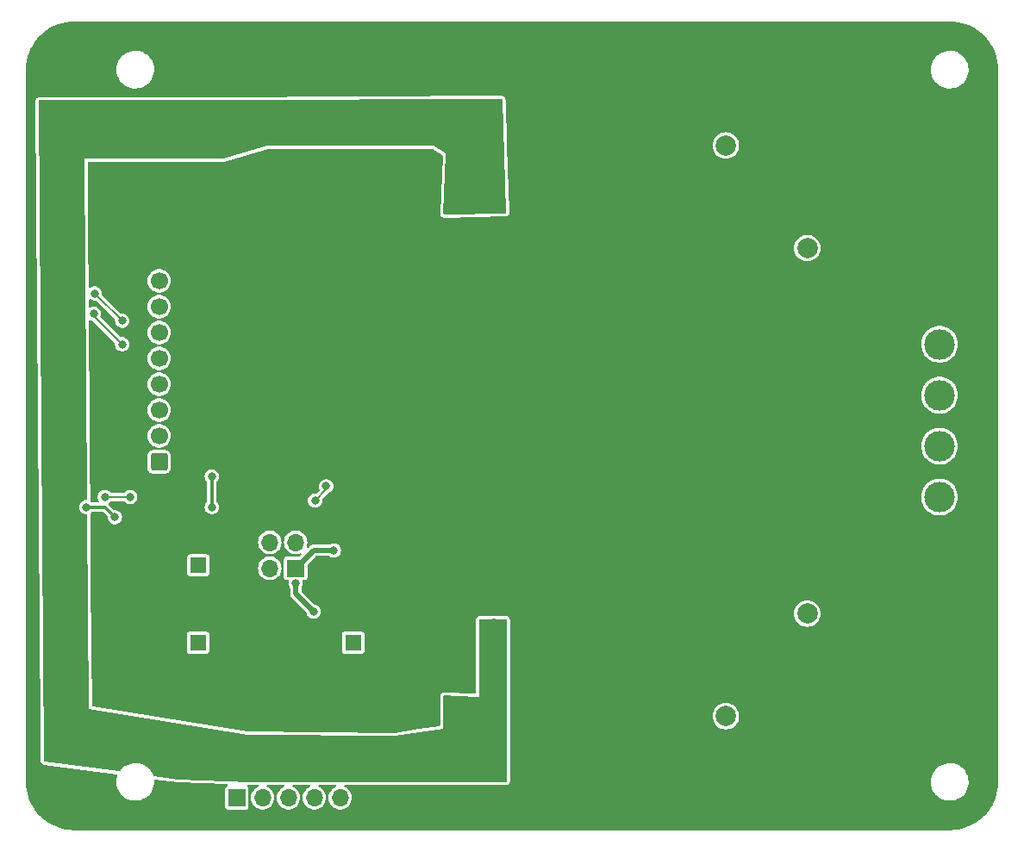
<source format=gbr>
G04 #@! TF.GenerationSoftware,KiCad,Pcbnew,(7.0.0-0)*
G04 #@! TF.CreationDate,2024-11-26T16:17:06-08:00*
G04 #@! TF.ProjectId,tas5754m,74617335-3735-4346-9d2e-6b696361645f,rev?*
G04 #@! TF.SameCoordinates,Original*
G04 #@! TF.FileFunction,Copper,L2,Bot*
G04 #@! TF.FilePolarity,Positive*
%FSLAX46Y46*%
G04 Gerber Fmt 4.6, Leading zero omitted, Abs format (unit mm)*
G04 Created by KiCad (PCBNEW (7.0.0-0)) date 2024-11-26 16:17:06*
%MOMM*%
%LPD*%
G01*
G04 APERTURE LIST*
G04 Aperture macros list*
%AMRoundRect*
0 Rectangle with rounded corners*
0 $1 Rounding radius*
0 $2 $3 $4 $5 $6 $7 $8 $9 X,Y pos of 4 corners*
0 Add a 4 corners polygon primitive as box body*
4,1,4,$2,$3,$4,$5,$6,$7,$8,$9,$2,$3,0*
0 Add four circle primitives for the rounded corners*
1,1,$1+$1,$2,$3*
1,1,$1+$1,$4,$5*
1,1,$1+$1,$6,$7*
1,1,$1+$1,$8,$9*
0 Add four rect primitives between the rounded corners*
20,1,$1+$1,$2,$3,$4,$5,0*
20,1,$1+$1,$4,$5,$6,$7,0*
20,1,$1+$1,$6,$7,$8,$9,0*
20,1,$1+$1,$8,$9,$2,$3,0*%
G04 Aperture macros list end*
G04 #@! TA.AperFunction,ComponentPad*
%ADD10RoundRect,0.250000X0.600000X0.600000X-0.600000X0.600000X-0.600000X-0.600000X0.600000X-0.600000X0*%
G04 #@! TD*
G04 #@! TA.AperFunction,ComponentPad*
%ADD11C,1.700000*%
G04 #@! TD*
G04 #@! TA.AperFunction,ComponentPad*
%ADD12C,2.000000*%
G04 #@! TD*
G04 #@! TA.AperFunction,ComponentPad*
%ADD13R,1.700000X1.700000*%
G04 #@! TD*
G04 #@! TA.AperFunction,ComponentPad*
%ADD14O,1.700000X1.700000*%
G04 #@! TD*
G04 #@! TA.AperFunction,ComponentPad*
%ADD15R,1.600000X1.600000*%
G04 #@! TD*
G04 #@! TA.AperFunction,ComponentPad*
%ADD16C,1.600000*%
G04 #@! TD*
G04 #@! TA.AperFunction,ComponentPad*
%ADD17C,3.000000*%
G04 #@! TD*
G04 #@! TA.AperFunction,ComponentPad*
%ADD18C,2.500000*%
G04 #@! TD*
G04 #@! TA.AperFunction,ViaPad*
%ADD19C,0.600000*%
G04 #@! TD*
G04 #@! TA.AperFunction,ViaPad*
%ADD20C,0.800000*%
G04 #@! TD*
G04 #@! TA.AperFunction,Conductor*
%ADD21C,0.300000*%
G04 #@! TD*
G04 #@! TA.AperFunction,Conductor*
%ADD22C,0.500000*%
G04 #@! TD*
G04 #@! TA.AperFunction,Conductor*
%ADD23C,2.000000*%
G04 #@! TD*
G04 #@! TA.AperFunction,Conductor*
%ADD24C,0.200000*%
G04 #@! TD*
G04 APERTURE END LIST*
D10*
X91340000Y-129540000D03*
D11*
X88800000Y-129540000D03*
X91340000Y-127000000D03*
X88800000Y-127000000D03*
X91340000Y-124460000D03*
X88800000Y-124460000D03*
X91340000Y-121920000D03*
X88800000Y-121920000D03*
X91340000Y-119380000D03*
X88800000Y-119380000D03*
X91340000Y-116840000D03*
X88800000Y-116840000D03*
X91340000Y-114300000D03*
X88800000Y-114300000D03*
X91340000Y-111760000D03*
X88800000Y-111760000D03*
D12*
X147000000Y-98460000D03*
X147000000Y-103540000D03*
X155000000Y-108540000D03*
X155000000Y-103460000D03*
X155000000Y-144460000D03*
X155000000Y-149540000D03*
X147000000Y-154540000D03*
X147000000Y-149460000D03*
D13*
X104749999Y-139999999D03*
D14*
X102209999Y-139999999D03*
X104749999Y-137459999D03*
X102209999Y-137459999D03*
X104749999Y-134919999D03*
X102209999Y-134919999D03*
D13*
X98959999Y-162559999D03*
D14*
X101499999Y-162559999D03*
X104039999Y-162559999D03*
X106579999Y-162559999D03*
X109119999Y-162559999D03*
X111659999Y-162559999D03*
D15*
X110379999Y-147319999D03*
D16*
X112880000Y-147320000D03*
D15*
X95179999Y-139699999D03*
D16*
X97680000Y-139700000D03*
D17*
X168000000Y-118000000D03*
X168000000Y-123000000D03*
X168000000Y-128000000D03*
X168000000Y-133000000D03*
D18*
X88000000Y-97500000D03*
X88000000Y-102500000D03*
D15*
X95139999Y-147319999D03*
D16*
X92640000Y-147320000D03*
D19*
X123760000Y-126000000D03*
X145520000Y-126000000D03*
X145520000Y-134000000D03*
X115440000Y-127280000D03*
X101500000Y-127000000D03*
X121840000Y-127280000D03*
X118000000Y-124720000D03*
X152560000Y-116400000D03*
X139760000Y-122800000D03*
X152560000Y-136240000D03*
X115440000Y-124720000D03*
X104932255Y-124460000D03*
X116720000Y-127280000D03*
X152560000Y-126320000D03*
D20*
X90000000Y-140000000D03*
D19*
X101500000Y-124460000D03*
X134640000Y-123760000D03*
X158960000Y-116400000D03*
X123760000Y-139440000D03*
D20*
X108000000Y-135000000D03*
D19*
X139760000Y-129200000D03*
D20*
X110000000Y-154000000D03*
D19*
X105840000Y-128240000D03*
X114160000Y-124720000D03*
X105840000Y-130160000D03*
X123760000Y-127280000D03*
X130800000Y-127600000D03*
X145520000Y-122160000D03*
D20*
X114000000Y-154000000D03*
D19*
X126320000Y-149680000D03*
X105840000Y-118640000D03*
X116720000Y-126000000D03*
X139760000Y-133040000D03*
D20*
X96000000Y-102000000D03*
D19*
X126960000Y-123440000D03*
D20*
X103000000Y-146000000D03*
D19*
X116720000Y-124720000D03*
X152560000Y-121200000D03*
D20*
X113000000Y-151500000D03*
D19*
X112880000Y-100080000D03*
X113750000Y-106000000D03*
X124400000Y-112240000D03*
X112240000Y-124720000D03*
X139760000Y-126000000D03*
D20*
X87000000Y-106000000D03*
X99500000Y-142750000D03*
D19*
X130800000Y-126000000D03*
X126960000Y-127280000D03*
X123760000Y-124720000D03*
X126960000Y-126000000D03*
X145520000Y-118320000D03*
X109040000Y-122480000D03*
X152560000Y-131440000D03*
D20*
X103000000Y-106000000D03*
D19*
X130800000Y-129200000D03*
X114160000Y-127280000D03*
X120560000Y-124720000D03*
X109040000Y-127600000D03*
D20*
X109500000Y-143250000D03*
X88000000Y-149000000D03*
D19*
X121840000Y-126000000D03*
X119280000Y-127280000D03*
X112500000Y-107000000D03*
X131440000Y-111280000D03*
X107120000Y-109040000D03*
X159000000Y-126000000D03*
X119280000Y-124720000D03*
X125040000Y-143280000D03*
X131440000Y-139440000D03*
X119280000Y-126000000D03*
X134640000Y-121520000D03*
X134640000Y-128240000D03*
X134640000Y-130480000D03*
X158960000Y-121200000D03*
D20*
X113000000Y-143750000D03*
D19*
X158960000Y-131760000D03*
D20*
X111250000Y-151750000D03*
D19*
X118000000Y-126000000D03*
X126320000Y-100400000D03*
X115440000Y-126000000D03*
X120560000Y-126000000D03*
X126960000Y-128560000D03*
D20*
X104000000Y-102000000D03*
D19*
X112880000Y-101040000D03*
X130160000Y-114480000D03*
X120560000Y-127280000D03*
X128880000Y-135920000D03*
D20*
X93000000Y-138000000D03*
D19*
X109040000Y-124400000D03*
X98960000Y-119380000D03*
X109040000Y-129200000D03*
X125680000Y-107440000D03*
X139760000Y-119920000D03*
X145520000Y-130480000D03*
X130800000Y-122800000D03*
X134640000Y-126000000D03*
D20*
X94000000Y-152000000D03*
D19*
X114160000Y-126000000D03*
D20*
X93000000Y-104000000D03*
D19*
X112240000Y-127280000D03*
X130800000Y-124080000D03*
X133360000Y-107120000D03*
D20*
X110000000Y-135000000D03*
D19*
X118000000Y-127280000D03*
X98960000Y-121920000D03*
X96420000Y-124460000D03*
X109040000Y-126000000D03*
D20*
X105000000Y-151000000D03*
D19*
X133360000Y-144560000D03*
D20*
X111500000Y-143500000D03*
X91000000Y-143000000D03*
D19*
X121840000Y-124720000D03*
X158960000Y-136560000D03*
X109040000Y-106750000D03*
X126960000Y-124720000D03*
X112240000Y-126000000D03*
D20*
X104750000Y-141500000D03*
X106500000Y-144250000D03*
X87000000Y-135000000D03*
X108500000Y-138250000D03*
X84200500Y-134000000D03*
X122250000Y-153750000D03*
X124229290Y-152270710D03*
X124000000Y-96500000D03*
X124000000Y-153750000D03*
X121500000Y-96500000D03*
X120000000Y-96500000D03*
X118750000Y-96500000D03*
X124000000Y-102750000D03*
X124250000Y-146000000D03*
X120250000Y-153750000D03*
X124250000Y-147750000D03*
X124000000Y-99500000D03*
X124000000Y-97750000D03*
X124000000Y-101250000D03*
X124250000Y-150000000D03*
X122500000Y-96500000D03*
X107744055Y-131950021D03*
X106650605Y-133361207D03*
X86000000Y-133000000D03*
X88500000Y-133000000D03*
X84900500Y-115000000D03*
X87699500Y-118000000D03*
X85000000Y-113000000D03*
X87699500Y-115690000D03*
X96500000Y-134000000D03*
X96500000Y-131000000D03*
D21*
X84200500Y-134000000D02*
X86000000Y-134000000D01*
D22*
X106500000Y-138250000D02*
X104750000Y-140000000D01*
X104750000Y-142500000D02*
X106500000Y-144250000D01*
D21*
X86000000Y-134000000D02*
X87000000Y-135000000D01*
D22*
X104750000Y-141500000D02*
X104750000Y-142500000D01*
X108500000Y-138250000D02*
X106500000Y-138250000D01*
D23*
X124000000Y-96500000D02*
X121250000Y-96500000D01*
X124000000Y-101250000D02*
X124000000Y-102750000D01*
X124000000Y-99500000D02*
X124000000Y-101250000D01*
X124250000Y-152250000D02*
X124250000Y-150000000D01*
X124000000Y-153750000D02*
X120250000Y-153750000D01*
X124000000Y-96500000D02*
X124000000Y-97750000D01*
X124229290Y-153520710D02*
X124000000Y-153750000D01*
X124000000Y-102750000D02*
X124000000Y-104000000D01*
X124250000Y-146000000D02*
X124250000Y-147750000D01*
X124250000Y-150000000D02*
X124250000Y-147750000D01*
X124000000Y-97750000D02*
X124000000Y-99500000D01*
X121500000Y-96500000D02*
X118750000Y-96500000D01*
X124229290Y-152270710D02*
X124229290Y-153520710D01*
D24*
X107744055Y-132267757D02*
X107744055Y-131950021D01*
X106650605Y-133361207D02*
X107744055Y-132267757D01*
X88500000Y-133000000D02*
X86000000Y-133000000D01*
X84900500Y-115201000D02*
X84900500Y-115000000D01*
X87699500Y-118000000D02*
X84900500Y-115201000D01*
X87690000Y-115690000D02*
X87699500Y-115690000D01*
X85000000Y-113000000D02*
X87690000Y-115690000D01*
D21*
X96500000Y-134000000D02*
X96500000Y-131000000D01*
G04 #@! TA.AperFunction,Conductor*
G36*
X125015050Y-93887999D02*
G01*
X125051299Y-93922906D01*
X125065704Y-93971125D01*
X125434158Y-105024747D01*
X125422346Y-105075043D01*
X125386805Y-105112539D01*
X125337213Y-105127025D01*
X119355298Y-105247872D01*
X119303762Y-105234608D01*
X119266540Y-105196578D01*
X119254384Y-105144772D01*
X119500000Y-99250000D01*
X119488557Y-99243134D01*
X119488556Y-99243133D01*
X118261539Y-98506923D01*
X118261537Y-98506922D01*
X118250000Y-98500000D01*
X118236542Y-98500000D01*
X102006898Y-98500000D01*
X102000000Y-98500000D01*
X101993374Y-98501892D01*
X101993367Y-98501894D01*
X97638332Y-99746191D01*
X97611135Y-99750000D01*
X84000000Y-99750000D01*
X84000105Y-99763096D01*
X84000105Y-99763100D01*
X84270378Y-133199700D01*
X84257383Y-133249537D01*
X84221112Y-133286103D01*
X84171381Y-133299500D01*
X84115444Y-133299500D01*
X84109631Y-133300932D01*
X84109628Y-133300933D01*
X83956091Y-133338776D01*
X83956087Y-133338777D01*
X83950275Y-133340210D01*
X83944976Y-133342990D01*
X83944971Y-133342993D01*
X83804951Y-133416482D01*
X83804946Y-133416485D01*
X83799648Y-133419266D01*
X83795167Y-133423234D01*
X83795165Y-133423237D01*
X83676799Y-133528099D01*
X83676793Y-133528105D01*
X83672317Y-133532071D01*
X83668917Y-133536996D01*
X83668914Y-133537000D01*
X83579081Y-133667144D01*
X83579077Y-133667151D01*
X83575682Y-133672070D01*
X83573561Y-133677660D01*
X83573560Y-133677664D01*
X83517483Y-133825528D01*
X83517481Y-133825533D01*
X83515360Y-133831128D01*
X83514639Y-133837065D01*
X83514637Y-133837074D01*
X83495888Y-133991487D01*
X83494855Y-134000000D01*
X83495577Y-134005946D01*
X83514637Y-134162925D01*
X83514638Y-134162932D01*
X83515360Y-134168872D01*
X83575682Y-134327930D01*
X83579079Y-134332851D01*
X83579081Y-134332855D01*
X83668914Y-134462999D01*
X83672317Y-134467929D01*
X83799648Y-134580734D01*
X83950275Y-134659790D01*
X84115444Y-134700500D01*
X84121432Y-134700500D01*
X84184307Y-134700500D01*
X84233576Y-134713630D01*
X84269776Y-134749539D01*
X84283304Y-134798700D01*
X84437405Y-153863369D01*
X84437406Y-153863373D01*
X84437500Y-153875000D01*
X100000000Y-156375000D01*
X114500000Y-156500000D01*
X119250000Y-155750000D01*
X119250000Y-152603077D01*
X119263937Y-152552428D01*
X119301824Y-152516040D01*
X119352993Y-152504158D01*
X120548783Y-152552428D01*
X122743867Y-152641037D01*
X122749921Y-145098921D01*
X122763211Y-145049454D01*
X122799444Y-145013250D01*
X122848921Y-145000000D01*
X125401000Y-145000000D01*
X125450500Y-145013263D01*
X125486737Y-145049500D01*
X125500000Y-145099000D01*
X125500000Y-160901000D01*
X125486737Y-160950500D01*
X125450500Y-160986737D01*
X125401000Y-161000000D01*
X100251769Y-161000000D01*
X100248236Y-160999937D01*
X93254737Y-160750169D01*
X93245307Y-160749380D01*
X90820983Y-160429185D01*
X90774021Y-160409841D01*
X90742832Y-160369756D01*
X90651546Y-160154943D01*
X90650130Y-160151610D01*
X90509018Y-159920390D01*
X90506708Y-159917614D01*
X90506705Y-159917610D01*
X90338064Y-159714967D01*
X90335745Y-159712180D01*
X90228288Y-159615898D01*
X90136699Y-159533834D01*
X90136694Y-159533830D01*
X90134002Y-159531418D01*
X90014807Y-159452559D01*
X89911109Y-159383953D01*
X89911105Y-159383951D01*
X89908090Y-159381956D01*
X89904812Y-159380419D01*
X89904808Y-159380417D01*
X89666098Y-159268515D01*
X89666100Y-159268515D01*
X89662824Y-159266980D01*
X89609250Y-159250862D01*
X89406900Y-159189983D01*
X89406891Y-159189981D01*
X89403431Y-159188940D01*
X89399857Y-159188414D01*
X89399848Y-159188412D01*
X89139020Y-159150027D01*
X89139019Y-159150026D01*
X89135439Y-159149500D01*
X88932369Y-159149500D01*
X88930590Y-159149630D01*
X88930568Y-159149631D01*
X88733443Y-159164059D01*
X88733435Y-159164060D01*
X88729844Y-159164323D01*
X88726327Y-159165106D01*
X88726323Y-159165107D01*
X88468969Y-159222435D01*
X88468963Y-159222436D01*
X88465447Y-159223220D01*
X88462086Y-159224505D01*
X88462074Y-159224509D01*
X88215816Y-159318695D01*
X88215809Y-159318698D01*
X88212442Y-159319986D01*
X88209300Y-159321749D01*
X88209288Y-159321755D01*
X87979378Y-159450787D01*
X87979364Y-159450795D01*
X87976223Y-159452559D01*
X87973360Y-159454769D01*
X87973358Y-159454771D01*
X87764689Y-159615898D01*
X87764681Y-159615904D01*
X87761823Y-159618112D01*
X87759314Y-159620713D01*
X87759311Y-159620717D01*
X87576326Y-159810512D01*
X87576316Y-159810522D01*
X87573814Y-159813119D01*
X87571713Y-159816055D01*
X87571706Y-159816064D01*
X87486020Y-159935830D01*
X87444897Y-159969050D01*
X87392542Y-159976373D01*
X80085371Y-159011275D01*
X80041736Y-158994353D01*
X80010749Y-158959278D01*
X79999337Y-158913891D01*
X79500767Y-94099760D01*
X79513775Y-94049940D01*
X79550044Y-94013391D01*
X79599764Y-94000000D01*
X96749773Y-94000000D01*
X96750000Y-94000000D01*
X124966324Y-93875424D01*
X125015050Y-93887999D01*
G37*
G04 #@! TD.AperFunction*
G04 #@! TA.AperFunction,Conductor*
G36*
X169002152Y-86250593D02*
G01*
X169409642Y-86268385D01*
X169418221Y-86269135D01*
X169820465Y-86322093D01*
X169828960Y-86323591D01*
X170225037Y-86411398D01*
X170233378Y-86413633D01*
X170620302Y-86535630D01*
X170628418Y-86538584D01*
X171003241Y-86693841D01*
X171011053Y-86697483D01*
X171370910Y-86884813D01*
X171378390Y-86889131D01*
X171720561Y-87107118D01*
X171727635Y-87112072D01*
X172049487Y-87359038D01*
X172056103Y-87364589D01*
X172355216Y-87638675D01*
X172361324Y-87644783D01*
X172635410Y-87943896D01*
X172640961Y-87950512D01*
X172887927Y-88272364D01*
X172892881Y-88279438D01*
X173110868Y-88621609D01*
X173115186Y-88629089D01*
X173302512Y-88988939D01*
X173306162Y-88996766D01*
X173461415Y-89371581D01*
X173464369Y-89379697D01*
X173586366Y-89766621D01*
X173588601Y-89774964D01*
X173676407Y-90171034D01*
X173677907Y-90179539D01*
X173730862Y-90581765D01*
X173731615Y-90590369D01*
X173749406Y-90997847D01*
X173749500Y-91002165D01*
X173749500Y-160997835D01*
X173749406Y-161002153D01*
X173731615Y-161409630D01*
X173730862Y-161418234D01*
X173677907Y-161820460D01*
X173676407Y-161828965D01*
X173588601Y-162225035D01*
X173586366Y-162233378D01*
X173464369Y-162620302D01*
X173461415Y-162628418D01*
X173306162Y-163003233D01*
X173302512Y-163011060D01*
X173115186Y-163370910D01*
X173110868Y-163378390D01*
X172892881Y-163720561D01*
X172887927Y-163727635D01*
X172640961Y-164049487D01*
X172635410Y-164056103D01*
X172361324Y-164355216D01*
X172355216Y-164361324D01*
X172056103Y-164635410D01*
X172049487Y-164640961D01*
X171727635Y-164887927D01*
X171720561Y-164892881D01*
X171378390Y-165110868D01*
X171370910Y-165115186D01*
X171011060Y-165302512D01*
X171003233Y-165306162D01*
X170628418Y-165461415D01*
X170620302Y-165464369D01*
X170233378Y-165586366D01*
X170225035Y-165588601D01*
X169828965Y-165676407D01*
X169820460Y-165677907D01*
X169418234Y-165730862D01*
X169409630Y-165731615D01*
X169002153Y-165749406D01*
X168997835Y-165749500D01*
X83002165Y-165749500D01*
X82997847Y-165749406D01*
X82590369Y-165731615D01*
X82581765Y-165730862D01*
X82179539Y-165677907D01*
X82171034Y-165676407D01*
X81774964Y-165588601D01*
X81766621Y-165586366D01*
X81379697Y-165464369D01*
X81371581Y-165461415D01*
X80996766Y-165306162D01*
X80988939Y-165302512D01*
X80629089Y-165115186D01*
X80621609Y-165110868D01*
X80279438Y-164892881D01*
X80272364Y-164887927D01*
X79950512Y-164640961D01*
X79943896Y-164635410D01*
X79644783Y-164361324D01*
X79638675Y-164355216D01*
X79364589Y-164056103D01*
X79359038Y-164049487D01*
X79112072Y-163727635D01*
X79107118Y-163720561D01*
X79072301Y-163665910D01*
X78889131Y-163378390D01*
X78884813Y-163370910D01*
X78697487Y-163011060D01*
X78693837Y-163003233D01*
X78683132Y-162977389D01*
X78538584Y-162628418D01*
X78535630Y-162620302D01*
X78460458Y-162381888D01*
X78413632Y-162233376D01*
X78411398Y-162225035D01*
X78392216Y-162138509D01*
X78323591Y-161828960D01*
X78322092Y-161820460D01*
X78269135Y-161418221D01*
X78268385Y-161409642D01*
X78250593Y-161002152D01*
X78250500Y-160997835D01*
X78250500Y-94102110D01*
X79195276Y-94102110D01*
X79195301Y-94105361D01*
X79195301Y-94105362D01*
X79671949Y-156069709D01*
X79693846Y-158916241D01*
X79694218Y-158919156D01*
X79694219Y-158919167D01*
X79702685Y-158985464D01*
X79702687Y-158985477D01*
X79703059Y-158988386D01*
X79714471Y-159033773D01*
X79715524Y-159036523D01*
X79738360Y-159096170D01*
X79738362Y-159096174D01*
X79740476Y-159101695D01*
X79743833Y-159106557D01*
X79743835Y-159106561D01*
X79780118Y-159159112D01*
X79781798Y-159161545D01*
X79783747Y-159163751D01*
X79783754Y-159163760D01*
X79810827Y-159194404D01*
X79812785Y-159196620D01*
X79867082Y-159245004D01*
X79931276Y-159279184D01*
X79974911Y-159296106D01*
X80045369Y-159314145D01*
X87173607Y-160255610D01*
X87225975Y-160279376D01*
X87256298Y-160328244D01*
X87254340Y-160385722D01*
X87204882Y-160530695D01*
X87204226Y-160534245D01*
X87204224Y-160534254D01*
X87156338Y-160793505D01*
X87156336Y-160793517D01*
X87155681Y-160797067D01*
X87155549Y-160800672D01*
X87155548Y-160800684D01*
X87146237Y-161055474D01*
X87145788Y-161067765D01*
X87146182Y-161071350D01*
X87146183Y-161071363D01*
X87175018Y-161333426D01*
X87175019Y-161333436D01*
X87175414Y-161337018D01*
X87176325Y-161340503D01*
X87176327Y-161340513D01*
X87229951Y-161545624D01*
X87243928Y-161599088D01*
X87349870Y-161848390D01*
X87351750Y-161851471D01*
X87351754Y-161851478D01*
X87489100Y-162076527D01*
X87490982Y-162079610D01*
X87493289Y-162082383D01*
X87493294Y-162082389D01*
X87577804Y-162183938D01*
X87664255Y-162287820D01*
X87865998Y-162468582D01*
X88091910Y-162618044D01*
X88337176Y-162733020D01*
X88596569Y-162811060D01*
X88864561Y-162850500D01*
X89065824Y-162850500D01*
X89067631Y-162850500D01*
X89270156Y-162835677D01*
X89534553Y-162776780D01*
X89787558Y-162680014D01*
X90023777Y-162547441D01*
X90238177Y-162381888D01*
X90426186Y-162186881D01*
X90583799Y-161966579D01*
X90707656Y-161725675D01*
X90795118Y-161469305D01*
X90844319Y-161202933D01*
X90854212Y-160932235D01*
X90846750Y-160864423D01*
X90858006Y-160806631D01*
X90900092Y-160765449D01*
X90958119Y-160755450D01*
X93205305Y-161052250D01*
X93219835Y-161053816D01*
X93229265Y-161054605D01*
X93243833Y-161055474D01*
X97998208Y-161225273D01*
X98048408Y-161241061D01*
X98083425Y-161280342D01*
X98093367Y-161332019D01*
X98075423Y-161381489D01*
X98034663Y-161414774D01*
X97945629Y-161454086D01*
X97945622Y-161454090D01*
X97937235Y-161457794D01*
X97930753Y-161464275D01*
X97930750Y-161464278D01*
X97864278Y-161530750D01*
X97864275Y-161530753D01*
X97857794Y-161537235D01*
X97854091Y-161545620D01*
X97854089Y-161545624D01*
X97815422Y-161633197D01*
X97815422Y-161633198D01*
X97812415Y-161640009D01*
X97811557Y-161647404D01*
X97811556Y-161647408D01*
X97809830Y-161662285D01*
X97809829Y-161662296D01*
X97809500Y-161665135D01*
X97809500Y-161667991D01*
X97809500Y-161667999D01*
X97809500Y-163452008D01*
X97809500Y-163452025D01*
X97809501Y-163454864D01*
X97809828Y-163457685D01*
X97809829Y-163457699D01*
X97811557Y-163472591D01*
X97812415Y-163479991D01*
X97857794Y-163582765D01*
X97937235Y-163662206D01*
X98040009Y-163707585D01*
X98065135Y-163710500D01*
X99854864Y-163710499D01*
X99879991Y-163707585D01*
X99982765Y-163662206D01*
X100062206Y-163582765D01*
X100107585Y-163479991D01*
X100110500Y-163454865D01*
X100110499Y-161665136D01*
X100107585Y-161640009D01*
X100062206Y-161537235D01*
X99993056Y-161468085D01*
X99965794Y-161416528D01*
X99972287Y-161358569D01*
X100010282Y-161314323D01*
X100066593Y-161299144D01*
X100237332Y-161305242D01*
X100242789Y-161305388D01*
X100246322Y-161305451D01*
X100251769Y-161305500D01*
X100251990Y-161305500D01*
X101023785Y-161305500D01*
X101075902Y-161320329D01*
X101112406Y-161360372D01*
X101122363Y-161413635D01*
X101102788Y-161464161D01*
X101059547Y-161496815D01*
X100989253Y-161524046D01*
X100989243Y-161524050D01*
X100984981Y-161525702D01*
X100981087Y-161528112D01*
X100981085Y-161528114D01*
X100807590Y-161635537D01*
X100807581Y-161635543D01*
X100803698Y-161637948D01*
X100800323Y-161641024D01*
X100800316Y-161641030D01*
X100649512Y-161778507D01*
X100649506Y-161778513D01*
X100646128Y-161781593D01*
X100643372Y-161785241D01*
X100643365Y-161785250D01*
X100520396Y-161948087D01*
X100517634Y-161951745D01*
X100515595Y-161955838D01*
X100515591Y-161955846D01*
X100424637Y-162138509D01*
X100424635Y-162138513D01*
X100422595Y-162142611D01*
X100421344Y-162147005D01*
X100421341Y-162147015D01*
X100365494Y-162343294D01*
X100365492Y-162343302D01*
X100364244Y-162347690D01*
X100363822Y-162352235D01*
X100363822Y-162352240D01*
X100361075Y-162381888D01*
X100344571Y-162560000D01*
X100364244Y-162772310D01*
X100365493Y-162776699D01*
X100365494Y-162776705D01*
X100421341Y-162972984D01*
X100421343Y-162972990D01*
X100422595Y-162977389D01*
X100517634Y-163168255D01*
X100520396Y-163171912D01*
X100643365Y-163334749D01*
X100643368Y-163334752D01*
X100646128Y-163338407D01*
X100649511Y-163341491D01*
X100649512Y-163341492D01*
X100770741Y-163452008D01*
X100803698Y-163482052D01*
X100984981Y-163594298D01*
X101183802Y-163671321D01*
X101393390Y-163710500D01*
X101602027Y-163710500D01*
X101606610Y-163710500D01*
X101816198Y-163671321D01*
X102015019Y-163594298D01*
X102196302Y-163482052D01*
X102353872Y-163338407D01*
X102482366Y-163168255D01*
X102577405Y-162977389D01*
X102635756Y-162772310D01*
X102655429Y-162560000D01*
X102635756Y-162347690D01*
X102577405Y-162142611D01*
X102482366Y-161951745D01*
X102353872Y-161781593D01*
X102229266Y-161667999D01*
X102199683Y-161641030D01*
X102199681Y-161641028D01*
X102196302Y-161637948D01*
X102192413Y-161635540D01*
X102192409Y-161635537D01*
X102033645Y-161537235D01*
X102015019Y-161525702D01*
X102010751Y-161524048D01*
X102010746Y-161524046D01*
X101940453Y-161496815D01*
X101897212Y-161464161D01*
X101877637Y-161413635D01*
X101887594Y-161360372D01*
X101924098Y-161320329D01*
X101976215Y-161305500D01*
X103563785Y-161305500D01*
X103615902Y-161320329D01*
X103652406Y-161360372D01*
X103662363Y-161413635D01*
X103642788Y-161464161D01*
X103599547Y-161496815D01*
X103529253Y-161524046D01*
X103529243Y-161524050D01*
X103524981Y-161525702D01*
X103521087Y-161528112D01*
X103521085Y-161528114D01*
X103347590Y-161635537D01*
X103347581Y-161635543D01*
X103343698Y-161637948D01*
X103340323Y-161641024D01*
X103340316Y-161641030D01*
X103189512Y-161778507D01*
X103189506Y-161778513D01*
X103186128Y-161781593D01*
X103183372Y-161785241D01*
X103183365Y-161785250D01*
X103060396Y-161948087D01*
X103057634Y-161951745D01*
X103055595Y-161955838D01*
X103055591Y-161955846D01*
X102964637Y-162138509D01*
X102964635Y-162138513D01*
X102962595Y-162142611D01*
X102961344Y-162147005D01*
X102961341Y-162147015D01*
X102905494Y-162343294D01*
X102905492Y-162343302D01*
X102904244Y-162347690D01*
X102903822Y-162352235D01*
X102903822Y-162352240D01*
X102901075Y-162381888D01*
X102884571Y-162560000D01*
X102904244Y-162772310D01*
X102905493Y-162776699D01*
X102905494Y-162776705D01*
X102961341Y-162972984D01*
X102961343Y-162972990D01*
X102962595Y-162977389D01*
X103057634Y-163168255D01*
X103060396Y-163171912D01*
X103183365Y-163334749D01*
X103183368Y-163334752D01*
X103186128Y-163338407D01*
X103189511Y-163341491D01*
X103189512Y-163341492D01*
X103310741Y-163452008D01*
X103343698Y-163482052D01*
X103524981Y-163594298D01*
X103723802Y-163671321D01*
X103933390Y-163710500D01*
X104142027Y-163710500D01*
X104146610Y-163710500D01*
X104356198Y-163671321D01*
X104555019Y-163594298D01*
X104736302Y-163482052D01*
X104893872Y-163338407D01*
X105022366Y-163168255D01*
X105117405Y-162977389D01*
X105175756Y-162772310D01*
X105195429Y-162560000D01*
X105175756Y-162347690D01*
X105117405Y-162142611D01*
X105022366Y-161951745D01*
X104893872Y-161781593D01*
X104769266Y-161667999D01*
X104739683Y-161641030D01*
X104739681Y-161641028D01*
X104736302Y-161637948D01*
X104732413Y-161635540D01*
X104732409Y-161635537D01*
X104573645Y-161537235D01*
X104555019Y-161525702D01*
X104550751Y-161524048D01*
X104550746Y-161524046D01*
X104480453Y-161496815D01*
X104437212Y-161464161D01*
X104417637Y-161413635D01*
X104427594Y-161360372D01*
X104464098Y-161320329D01*
X104516215Y-161305500D01*
X106103785Y-161305500D01*
X106155902Y-161320329D01*
X106192406Y-161360372D01*
X106202363Y-161413635D01*
X106182788Y-161464161D01*
X106139547Y-161496815D01*
X106069253Y-161524046D01*
X106069243Y-161524050D01*
X106064981Y-161525702D01*
X106061087Y-161528112D01*
X106061085Y-161528114D01*
X105887590Y-161635537D01*
X105887581Y-161635543D01*
X105883698Y-161637948D01*
X105880323Y-161641024D01*
X105880316Y-161641030D01*
X105729512Y-161778507D01*
X105729506Y-161778513D01*
X105726128Y-161781593D01*
X105723372Y-161785241D01*
X105723365Y-161785250D01*
X105600396Y-161948087D01*
X105597634Y-161951745D01*
X105595595Y-161955838D01*
X105595591Y-161955846D01*
X105504637Y-162138509D01*
X105504635Y-162138513D01*
X105502595Y-162142611D01*
X105501344Y-162147005D01*
X105501341Y-162147015D01*
X105445494Y-162343294D01*
X105445492Y-162343302D01*
X105444244Y-162347690D01*
X105443822Y-162352235D01*
X105443822Y-162352240D01*
X105441075Y-162381888D01*
X105424571Y-162560000D01*
X105444244Y-162772310D01*
X105445493Y-162776699D01*
X105445494Y-162776705D01*
X105501341Y-162972984D01*
X105501343Y-162972990D01*
X105502595Y-162977389D01*
X105597634Y-163168255D01*
X105600396Y-163171912D01*
X105723365Y-163334749D01*
X105723368Y-163334752D01*
X105726128Y-163338407D01*
X105729511Y-163341491D01*
X105729512Y-163341492D01*
X105850741Y-163452008D01*
X105883698Y-163482052D01*
X106064981Y-163594298D01*
X106263802Y-163671321D01*
X106473390Y-163710500D01*
X106682027Y-163710500D01*
X106686610Y-163710500D01*
X106896198Y-163671321D01*
X107095019Y-163594298D01*
X107276302Y-163482052D01*
X107433872Y-163338407D01*
X107562366Y-163168255D01*
X107657405Y-162977389D01*
X107715756Y-162772310D01*
X107735429Y-162560000D01*
X107715756Y-162347690D01*
X107657405Y-162142611D01*
X107562366Y-161951745D01*
X107433872Y-161781593D01*
X107309266Y-161667999D01*
X107279683Y-161641030D01*
X107279681Y-161641028D01*
X107276302Y-161637948D01*
X107272413Y-161635540D01*
X107272409Y-161635537D01*
X107113645Y-161537235D01*
X107095019Y-161525702D01*
X107090751Y-161524048D01*
X107090746Y-161524046D01*
X107020453Y-161496815D01*
X106977212Y-161464161D01*
X106957637Y-161413635D01*
X106967594Y-161360372D01*
X107004098Y-161320329D01*
X107056215Y-161305500D01*
X108643785Y-161305500D01*
X108695902Y-161320329D01*
X108732406Y-161360372D01*
X108742363Y-161413635D01*
X108722788Y-161464161D01*
X108679547Y-161496815D01*
X108609253Y-161524046D01*
X108609243Y-161524050D01*
X108604981Y-161525702D01*
X108601087Y-161528112D01*
X108601085Y-161528114D01*
X108427590Y-161635537D01*
X108427581Y-161635543D01*
X108423698Y-161637948D01*
X108420323Y-161641024D01*
X108420316Y-161641030D01*
X108269512Y-161778507D01*
X108269506Y-161778513D01*
X108266128Y-161781593D01*
X108263372Y-161785241D01*
X108263365Y-161785250D01*
X108140396Y-161948087D01*
X108137634Y-161951745D01*
X108135595Y-161955838D01*
X108135591Y-161955846D01*
X108044637Y-162138509D01*
X108044635Y-162138513D01*
X108042595Y-162142611D01*
X108041344Y-162147005D01*
X108041341Y-162147015D01*
X107985494Y-162343294D01*
X107985492Y-162343302D01*
X107984244Y-162347690D01*
X107983822Y-162352235D01*
X107983822Y-162352240D01*
X107981075Y-162381888D01*
X107964571Y-162560000D01*
X107984244Y-162772310D01*
X107985493Y-162776699D01*
X107985494Y-162776705D01*
X108041341Y-162972984D01*
X108041343Y-162972990D01*
X108042595Y-162977389D01*
X108137634Y-163168255D01*
X108140396Y-163171912D01*
X108263365Y-163334749D01*
X108263368Y-163334752D01*
X108266128Y-163338407D01*
X108269511Y-163341491D01*
X108269512Y-163341492D01*
X108390741Y-163452008D01*
X108423698Y-163482052D01*
X108604981Y-163594298D01*
X108803802Y-163671321D01*
X109013390Y-163710500D01*
X109222027Y-163710500D01*
X109226610Y-163710500D01*
X109436198Y-163671321D01*
X109635019Y-163594298D01*
X109816302Y-163482052D01*
X109973872Y-163338407D01*
X110102366Y-163168255D01*
X110197405Y-162977389D01*
X110255756Y-162772310D01*
X110275429Y-162560000D01*
X110255756Y-162347690D01*
X110197405Y-162142611D01*
X110102366Y-161951745D01*
X109973872Y-161781593D01*
X109849266Y-161667999D01*
X109819683Y-161641030D01*
X109819681Y-161641028D01*
X109816302Y-161637948D01*
X109812413Y-161635540D01*
X109812409Y-161635537D01*
X109653645Y-161537235D01*
X109635019Y-161525702D01*
X109630751Y-161524048D01*
X109630746Y-161524046D01*
X109560453Y-161496815D01*
X109517212Y-161464161D01*
X109497637Y-161413635D01*
X109507594Y-161360372D01*
X109544098Y-161320329D01*
X109596215Y-161305500D01*
X125397759Y-161305500D01*
X125401000Y-161305500D01*
X125480067Y-161295091D01*
X125529567Y-161281828D01*
X125603249Y-161251308D01*
X125666521Y-161202758D01*
X125702758Y-161166521D01*
X125751308Y-161103249D01*
X125766006Y-161067765D01*
X167145788Y-161067765D01*
X167146182Y-161071350D01*
X167146183Y-161071363D01*
X167175018Y-161333426D01*
X167175019Y-161333436D01*
X167175414Y-161337018D01*
X167176325Y-161340503D01*
X167176327Y-161340513D01*
X167229951Y-161545624D01*
X167243928Y-161599088D01*
X167349870Y-161848390D01*
X167351750Y-161851471D01*
X167351754Y-161851478D01*
X167489100Y-162076527D01*
X167490982Y-162079610D01*
X167493289Y-162082383D01*
X167493294Y-162082389D01*
X167577804Y-162183938D01*
X167664255Y-162287820D01*
X167865998Y-162468582D01*
X168091910Y-162618044D01*
X168337176Y-162733020D01*
X168596569Y-162811060D01*
X168864561Y-162850500D01*
X169065824Y-162850500D01*
X169067631Y-162850500D01*
X169270156Y-162835677D01*
X169534553Y-162776780D01*
X169787558Y-162680014D01*
X170023777Y-162547441D01*
X170238177Y-162381888D01*
X170426186Y-162186881D01*
X170583799Y-161966579D01*
X170707656Y-161725675D01*
X170795118Y-161469305D01*
X170844319Y-161202933D01*
X170854212Y-160932235D01*
X170824586Y-160662982D01*
X170756072Y-160400912D01*
X170650130Y-160151610D01*
X170509018Y-159920390D01*
X170506708Y-159917614D01*
X170506705Y-159917610D01*
X170338064Y-159714967D01*
X170335745Y-159712180D01*
X170228288Y-159615898D01*
X170136699Y-159533834D01*
X170136694Y-159533830D01*
X170134002Y-159531418D01*
X170014807Y-159452559D01*
X169911109Y-159383953D01*
X169911105Y-159383951D01*
X169908090Y-159381956D01*
X169904812Y-159380419D01*
X169904808Y-159380417D01*
X169666098Y-159268515D01*
X169666100Y-159268515D01*
X169662824Y-159266980D01*
X169576703Y-159241070D01*
X169406900Y-159189983D01*
X169406891Y-159189981D01*
X169403431Y-159188940D01*
X169399857Y-159188414D01*
X169399848Y-159188412D01*
X169139020Y-159150027D01*
X169139019Y-159150026D01*
X169135439Y-159149500D01*
X168932369Y-159149500D01*
X168930590Y-159149630D01*
X168930568Y-159149631D01*
X168733443Y-159164059D01*
X168733435Y-159164060D01*
X168729844Y-159164323D01*
X168726327Y-159165106D01*
X168726323Y-159165107D01*
X168468969Y-159222435D01*
X168468963Y-159222436D01*
X168465447Y-159223220D01*
X168462086Y-159224505D01*
X168462074Y-159224509D01*
X168215816Y-159318695D01*
X168215809Y-159318698D01*
X168212442Y-159319986D01*
X168209300Y-159321749D01*
X168209288Y-159321755D01*
X167979378Y-159450787D01*
X167979364Y-159450795D01*
X167976223Y-159452559D01*
X167973360Y-159454769D01*
X167973358Y-159454771D01*
X167764689Y-159615898D01*
X167764681Y-159615904D01*
X167761823Y-159618112D01*
X167759314Y-159620713D01*
X167759311Y-159620717D01*
X167576325Y-159810514D01*
X167576321Y-159810517D01*
X167573814Y-159813119D01*
X167571716Y-159816050D01*
X167571708Y-159816061D01*
X167418301Y-160030484D01*
X167418293Y-160030495D01*
X167416201Y-160033421D01*
X167414556Y-160036620D01*
X167414549Y-160036632D01*
X167293997Y-160271108D01*
X167293992Y-160271118D01*
X167292344Y-160274325D01*
X167291178Y-160277741D01*
X167291174Y-160277752D01*
X167206051Y-160527267D01*
X167204882Y-160530695D01*
X167204226Y-160534245D01*
X167204224Y-160534254D01*
X167156338Y-160793505D01*
X167156336Y-160793517D01*
X167155681Y-160797067D01*
X167155549Y-160800672D01*
X167155548Y-160800684D01*
X167146237Y-161055474D01*
X167145788Y-161067765D01*
X125766006Y-161067765D01*
X125781828Y-161029567D01*
X125795091Y-160980067D01*
X125805500Y-160901000D01*
X125805500Y-154540000D01*
X145694532Y-154540000D01*
X145694909Y-154544309D01*
X145713987Y-154762380D01*
X145713988Y-154762388D01*
X145714365Y-154766692D01*
X145715484Y-154770868D01*
X145772142Y-154982323D01*
X145772145Y-154982331D01*
X145773261Y-154986496D01*
X145775086Y-154990410D01*
X145775088Y-154990415D01*
X145867601Y-155188809D01*
X145867604Y-155188815D01*
X145869432Y-155192734D01*
X145871912Y-155196277D01*
X145871914Y-155196279D01*
X145997473Y-155375598D01*
X145997476Y-155375602D01*
X145999953Y-155379139D01*
X146160861Y-155540047D01*
X146347266Y-155670568D01*
X146553504Y-155766739D01*
X146773308Y-155825635D01*
X147000000Y-155845468D01*
X147226692Y-155825635D01*
X147446496Y-155766739D01*
X147652734Y-155670568D01*
X147839139Y-155540047D01*
X148000047Y-155379139D01*
X148130568Y-155192734D01*
X148226739Y-154986496D01*
X148285635Y-154766692D01*
X148305468Y-154540000D01*
X148285635Y-154313308D01*
X148226739Y-154093504D01*
X148130568Y-153887266D01*
X148000047Y-153700861D01*
X147839139Y-153539953D01*
X147835602Y-153537476D01*
X147835598Y-153537473D01*
X147656279Y-153411914D01*
X147656277Y-153411912D01*
X147652734Y-153409432D01*
X147648815Y-153407604D01*
X147648809Y-153407601D01*
X147450415Y-153315088D01*
X147450410Y-153315086D01*
X147446496Y-153313261D01*
X147442331Y-153312145D01*
X147442323Y-153312142D01*
X147230868Y-153255484D01*
X147226692Y-153254365D01*
X147222388Y-153253988D01*
X147222380Y-153253987D01*
X147004309Y-153234909D01*
X147000000Y-153234532D01*
X146995691Y-153234909D01*
X146777619Y-153253987D01*
X146777609Y-153253988D01*
X146773308Y-153254365D01*
X146769133Y-153255483D01*
X146769131Y-153255484D01*
X146557676Y-153312142D01*
X146557664Y-153312146D01*
X146553504Y-153313261D01*
X146549593Y-153315084D01*
X146549584Y-153315088D01*
X146351190Y-153407601D01*
X146351179Y-153407607D01*
X146347266Y-153409432D01*
X146343727Y-153411909D01*
X146343720Y-153411914D01*
X146164401Y-153537473D01*
X146164391Y-153537480D01*
X146160861Y-153539953D01*
X146157813Y-153543000D01*
X146157807Y-153543006D01*
X146003006Y-153697807D01*
X146003000Y-153697813D01*
X145999953Y-153700861D01*
X145997480Y-153704391D01*
X145997473Y-153704401D01*
X145871914Y-153883720D01*
X145871909Y-153883727D01*
X145869432Y-153887266D01*
X145867607Y-153891179D01*
X145867601Y-153891190D01*
X145775088Y-154089584D01*
X145775084Y-154089593D01*
X145773261Y-154093504D01*
X145772146Y-154097664D01*
X145772142Y-154097676D01*
X145715484Y-154309131D01*
X145714365Y-154313308D01*
X145713988Y-154317609D01*
X145713987Y-154317619D01*
X145695156Y-154532866D01*
X145694532Y-154540000D01*
X125805500Y-154540000D01*
X125805500Y-145099000D01*
X125795091Y-145019933D01*
X125781828Y-144970433D01*
X125772529Y-144947983D01*
X125753791Y-144902745D01*
X125753790Y-144902743D01*
X125751308Y-144896751D01*
X125747359Y-144891604D01*
X125747357Y-144891601D01*
X125704725Y-144836043D01*
X125702758Y-144833479D01*
X125666521Y-144797242D01*
X125654993Y-144788396D01*
X125608398Y-144752642D01*
X125608393Y-144752639D01*
X125603249Y-144748692D01*
X125597258Y-144746210D01*
X125597254Y-144746208D01*
X125532557Y-144719410D01*
X125532550Y-144719407D01*
X125529567Y-144718172D01*
X125526442Y-144717334D01*
X125526440Y-144717334D01*
X125483197Y-144705747D01*
X125483187Y-144705745D01*
X125480067Y-144704909D01*
X125476863Y-144704487D01*
X125476852Y-144704485D01*
X125404213Y-144694923D01*
X125401000Y-144694500D01*
X122848921Y-144694500D01*
X122845728Y-144694920D01*
X122845715Y-144694921D01*
X122773101Y-144704476D01*
X122773088Y-144704478D01*
X122769893Y-144704899D01*
X122766777Y-144705733D01*
X122766764Y-144705736D01*
X122723551Y-144717309D01*
X122723544Y-144717311D01*
X122720416Y-144718149D01*
X122717428Y-144719385D01*
X122717416Y-144719390D01*
X122652756Y-144746157D01*
X122652750Y-144746160D01*
X122646765Y-144748638D01*
X122641621Y-144752581D01*
X122641618Y-144752584D01*
X122586075Y-144795174D01*
X122586071Y-144795177D01*
X122583509Y-144797142D01*
X122581234Y-144799414D01*
X122581225Y-144799423D01*
X122549567Y-144831056D01*
X122549561Y-144831062D01*
X122547276Y-144833346D01*
X122545300Y-144835917D01*
X122545297Y-144835922D01*
X122502672Y-144891419D01*
X122502669Y-144891423D01*
X122498722Y-144896563D01*
X122496239Y-144902545D01*
X122496236Y-144902552D01*
X122469411Y-144967203D01*
X122469408Y-144967210D01*
X122468173Y-144970188D01*
X122467339Y-144973292D01*
X122467335Y-144973304D01*
X122455720Y-145016536D01*
X122455717Y-145016549D01*
X122454883Y-145019655D01*
X122454459Y-145022852D01*
X122454459Y-145022856D01*
X122444844Y-145095474D01*
X122444843Y-145095488D01*
X122444421Y-145098676D01*
X122444418Y-145101902D01*
X122444418Y-145101909D01*
X122438704Y-152219971D01*
X122424740Y-152270586D01*
X122386857Y-152306941D01*
X122335711Y-152318811D01*
X119368645Y-152199041D01*
X119368638Y-152199041D01*
X119365315Y-152198907D01*
X119362003Y-152199218D01*
X119362000Y-152199219D01*
X119287203Y-152206264D01*
X119287202Y-152206264D01*
X119283891Y-152206576D01*
X119280651Y-152207328D01*
X119280647Y-152207329D01*
X119235967Y-152217704D01*
X119235960Y-152217706D01*
X119232722Y-152218458D01*
X119229614Y-152219636D01*
X119229609Y-152219638D01*
X119162467Y-152245097D01*
X119162464Y-152245098D01*
X119156247Y-152247456D01*
X119150878Y-152251378D01*
X119150875Y-152251380D01*
X119092880Y-152293749D01*
X119092866Y-152293760D01*
X119090206Y-152295704D01*
X119087820Y-152297994D01*
X119087817Y-152297998D01*
X119054717Y-152329788D01*
X119054710Y-152329794D01*
X119052319Y-152332092D01*
X119050253Y-152334691D01*
X119050249Y-152334697D01*
X119005584Y-152390921D01*
X119005579Y-152390928D01*
X119001445Y-152396133D01*
X118998838Y-152402249D01*
X118998835Y-152402256D01*
X118970687Y-152468319D01*
X118970682Y-152468331D01*
X118969385Y-152471377D01*
X118968504Y-152474576D01*
X118968503Y-152474581D01*
X118956331Y-152518814D01*
X118956328Y-152518825D01*
X118955448Y-152522026D01*
X118944500Y-152603077D01*
X118944500Y-152606401D01*
X118944500Y-155404357D01*
X118933702Y-155449316D01*
X118903665Y-155484468D01*
X118860941Y-155502145D01*
X116819264Y-155824515D01*
X114485430Y-156193014D01*
X114469137Y-156194221D01*
X100033163Y-156069773D01*
X100018314Y-156068524D01*
X84823520Y-153627594D01*
X84781130Y-153610011D01*
X84751223Y-153575202D01*
X84740225Y-153530649D01*
X84696830Y-148162025D01*
X94039500Y-148162025D01*
X94039501Y-148164864D01*
X94039828Y-148167685D01*
X94039829Y-148167699D01*
X94041557Y-148182591D01*
X94042415Y-148189991D01*
X94087794Y-148292765D01*
X94167235Y-148372206D01*
X94270009Y-148417585D01*
X94295135Y-148420500D01*
X95984864Y-148420499D01*
X96009991Y-148417585D01*
X96112765Y-148372206D01*
X96192206Y-148292765D01*
X96237585Y-148189991D01*
X96240500Y-148164865D01*
X96240500Y-148162025D01*
X109279500Y-148162025D01*
X109279501Y-148164864D01*
X109279828Y-148167685D01*
X109279829Y-148167699D01*
X109281557Y-148182591D01*
X109282415Y-148189991D01*
X109327794Y-148292765D01*
X109407235Y-148372206D01*
X109510009Y-148417585D01*
X109535135Y-148420500D01*
X111224864Y-148420499D01*
X111249991Y-148417585D01*
X111352765Y-148372206D01*
X111432206Y-148292765D01*
X111477585Y-148189991D01*
X111480500Y-148164865D01*
X111480499Y-146475136D01*
X111477585Y-146450009D01*
X111432206Y-146347235D01*
X111352765Y-146267794D01*
X111344376Y-146264090D01*
X111344375Y-146264089D01*
X111256802Y-146225422D01*
X111256799Y-146225421D01*
X111249991Y-146222415D01*
X111242594Y-146221556D01*
X111242591Y-146221556D01*
X111227714Y-146219830D01*
X111227704Y-146219829D01*
X111224865Y-146219500D01*
X111222000Y-146219500D01*
X109537991Y-146219500D01*
X109537973Y-146219500D01*
X109535136Y-146219501D01*
X109532315Y-146219828D01*
X109532300Y-146219829D01*
X109517404Y-146221557D01*
X109517401Y-146221557D01*
X109510009Y-146222415D01*
X109503200Y-146225421D01*
X109503198Y-146225422D01*
X109415624Y-146264089D01*
X109415620Y-146264091D01*
X109407235Y-146267794D01*
X109400753Y-146274275D01*
X109400750Y-146274278D01*
X109334278Y-146340750D01*
X109334275Y-146340753D01*
X109327794Y-146347235D01*
X109324091Y-146355620D01*
X109324089Y-146355624D01*
X109285422Y-146443197D01*
X109285422Y-146443198D01*
X109282415Y-146450009D01*
X109281557Y-146457404D01*
X109281556Y-146457408D01*
X109279830Y-146472285D01*
X109279829Y-146472296D01*
X109279500Y-146475135D01*
X109279500Y-146477991D01*
X109279500Y-146477999D01*
X109279500Y-148162008D01*
X109279500Y-148162025D01*
X96240500Y-148162025D01*
X96240499Y-146475136D01*
X96237585Y-146450009D01*
X96192206Y-146347235D01*
X96112765Y-146267794D01*
X96104376Y-146264090D01*
X96104375Y-146264089D01*
X96016802Y-146225422D01*
X96016799Y-146225421D01*
X96009991Y-146222415D01*
X96002594Y-146221556D01*
X96002591Y-146221556D01*
X95987714Y-146219830D01*
X95987704Y-146219829D01*
X95984865Y-146219500D01*
X95982000Y-146219500D01*
X94297991Y-146219500D01*
X94297973Y-146219500D01*
X94295136Y-146219501D01*
X94292315Y-146219828D01*
X94292300Y-146219829D01*
X94277404Y-146221557D01*
X94277401Y-146221557D01*
X94270009Y-146222415D01*
X94263200Y-146225421D01*
X94263198Y-146225422D01*
X94175624Y-146264089D01*
X94175620Y-146264091D01*
X94167235Y-146267794D01*
X94160753Y-146274275D01*
X94160750Y-146274278D01*
X94094278Y-146340750D01*
X94094275Y-146340753D01*
X94087794Y-146347235D01*
X94084091Y-146355620D01*
X94084089Y-146355624D01*
X94045422Y-146443197D01*
X94045422Y-146443198D01*
X94042415Y-146450009D01*
X94041557Y-146457404D01*
X94041556Y-146457408D01*
X94039830Y-146472285D01*
X94039829Y-146472296D01*
X94039500Y-146475135D01*
X94039500Y-146477991D01*
X94039500Y-146477999D01*
X94039500Y-148162008D01*
X94039500Y-148162025D01*
X84696830Y-148162025D01*
X84635237Y-140542025D01*
X94079500Y-140542025D01*
X94079501Y-140544864D01*
X94079828Y-140547685D01*
X94079829Y-140547699D01*
X94081557Y-140562591D01*
X94082415Y-140569991D01*
X94127794Y-140672765D01*
X94207235Y-140752206D01*
X94310009Y-140797585D01*
X94335135Y-140800500D01*
X96024864Y-140800499D01*
X96049991Y-140797585D01*
X96152765Y-140752206D01*
X96232206Y-140672765D01*
X96277585Y-140569991D01*
X96280500Y-140544865D01*
X96280500Y-140000000D01*
X101054571Y-140000000D01*
X101074244Y-140212310D01*
X101075493Y-140216699D01*
X101075494Y-140216705D01*
X101131341Y-140412984D01*
X101131343Y-140412990D01*
X101132595Y-140417389D01*
X101227634Y-140608255D01*
X101230396Y-140611912D01*
X101353365Y-140774749D01*
X101353368Y-140774752D01*
X101356128Y-140778407D01*
X101359511Y-140781491D01*
X101359512Y-140781492D01*
X101480741Y-140892008D01*
X101513698Y-140922052D01*
X101694981Y-141034298D01*
X101893802Y-141111321D01*
X102103390Y-141150500D01*
X102312027Y-141150500D01*
X102316610Y-141150500D01*
X102526198Y-141111321D01*
X102725019Y-141034298D01*
X102906302Y-140922052D01*
X103063872Y-140778407D01*
X103192366Y-140608255D01*
X103287405Y-140417389D01*
X103345756Y-140212310D01*
X103365429Y-140000000D01*
X103345756Y-139787690D01*
X103287405Y-139582611D01*
X103192366Y-139391745D01*
X103063872Y-139221593D01*
X102906302Y-139077948D01*
X102902413Y-139075540D01*
X102902409Y-139075537D01*
X102743645Y-138977235D01*
X102725019Y-138965702D01*
X102682076Y-138949066D01*
X102530467Y-138890332D01*
X102530459Y-138890329D01*
X102526198Y-138888679D01*
X102521694Y-138887837D01*
X102321116Y-138850342D01*
X102321112Y-138850341D01*
X102316610Y-138849500D01*
X102103390Y-138849500D01*
X102098888Y-138850341D01*
X102098883Y-138850342D01*
X101898305Y-138887837D01*
X101898302Y-138887837D01*
X101893802Y-138888679D01*
X101889543Y-138890328D01*
X101889532Y-138890332D01*
X101699250Y-138964048D01*
X101699248Y-138964048D01*
X101694981Y-138965702D01*
X101691087Y-138968112D01*
X101691085Y-138968114D01*
X101517590Y-139075537D01*
X101517581Y-139075543D01*
X101513698Y-139077948D01*
X101510323Y-139081024D01*
X101510316Y-139081030D01*
X101359512Y-139218507D01*
X101359506Y-139218513D01*
X101356128Y-139221593D01*
X101353372Y-139225241D01*
X101353365Y-139225250D01*
X101230396Y-139388087D01*
X101227634Y-139391745D01*
X101225595Y-139395838D01*
X101225591Y-139395846D01*
X101134637Y-139578509D01*
X101134635Y-139578513D01*
X101132595Y-139582611D01*
X101131344Y-139587005D01*
X101131341Y-139587015D01*
X101075494Y-139783294D01*
X101075492Y-139783302D01*
X101074244Y-139787690D01*
X101054571Y-140000000D01*
X96280500Y-140000000D01*
X96280499Y-138855136D01*
X96277585Y-138830009D01*
X96232206Y-138727235D01*
X96152765Y-138647794D01*
X96144376Y-138644090D01*
X96144375Y-138644089D01*
X96056802Y-138605422D01*
X96056799Y-138605421D01*
X96049991Y-138602415D01*
X96042594Y-138601556D01*
X96042591Y-138601556D01*
X96027714Y-138599830D01*
X96027704Y-138599829D01*
X96024865Y-138599500D01*
X96022000Y-138599500D01*
X94337991Y-138599500D01*
X94337973Y-138599500D01*
X94335136Y-138599501D01*
X94332315Y-138599828D01*
X94332300Y-138599829D01*
X94317404Y-138601557D01*
X94317401Y-138601557D01*
X94310009Y-138602415D01*
X94303200Y-138605421D01*
X94303198Y-138605422D01*
X94215624Y-138644089D01*
X94215620Y-138644091D01*
X94207235Y-138647794D01*
X94200753Y-138654275D01*
X94200750Y-138654278D01*
X94134278Y-138720750D01*
X94134275Y-138720753D01*
X94127794Y-138727235D01*
X94124091Y-138735620D01*
X94124089Y-138735624D01*
X94085422Y-138823197D01*
X94085422Y-138823198D01*
X94082415Y-138830009D01*
X94081557Y-138837404D01*
X94081556Y-138837408D01*
X94079830Y-138852285D01*
X94079829Y-138852296D01*
X94079500Y-138855135D01*
X94079500Y-138857991D01*
X94079500Y-138857999D01*
X94079500Y-140542008D01*
X94079500Y-140542025D01*
X84635237Y-140542025D01*
X84610325Y-137460000D01*
X101054571Y-137460000D01*
X101054993Y-137464554D01*
X101066503Y-137588776D01*
X101074244Y-137672310D01*
X101075493Y-137676699D01*
X101075494Y-137676705D01*
X101131341Y-137872984D01*
X101131343Y-137872988D01*
X101132595Y-137877389D01*
X101134636Y-137881489D01*
X101134637Y-137881490D01*
X101182156Y-137976923D01*
X101227634Y-138068255D01*
X101241846Y-138087074D01*
X101353365Y-138234749D01*
X101353368Y-138234752D01*
X101356128Y-138238407D01*
X101513698Y-138382052D01*
X101694981Y-138494298D01*
X101893802Y-138571321D01*
X102103390Y-138610500D01*
X102312027Y-138610500D01*
X102316610Y-138610500D01*
X102526198Y-138571321D01*
X102725019Y-138494298D01*
X102906302Y-138382052D01*
X103063872Y-138238407D01*
X103192366Y-138068255D01*
X103287405Y-137877389D01*
X103345756Y-137672310D01*
X103365429Y-137460000D01*
X103594571Y-137460000D01*
X103594993Y-137464554D01*
X103606503Y-137588776D01*
X103614244Y-137672310D01*
X103615493Y-137676699D01*
X103615494Y-137676705D01*
X103671341Y-137872984D01*
X103671343Y-137872988D01*
X103672595Y-137877389D01*
X103674636Y-137881489D01*
X103674637Y-137881490D01*
X103722156Y-137976923D01*
X103767634Y-138068255D01*
X103781846Y-138087074D01*
X103893365Y-138234749D01*
X103893368Y-138234752D01*
X103896128Y-138238407D01*
X104053698Y-138382052D01*
X104234981Y-138494298D01*
X104433802Y-138571321D01*
X104643390Y-138610500D01*
X104852027Y-138610500D01*
X104856610Y-138610500D01*
X105066198Y-138571321D01*
X105173723Y-138529665D01*
X105226775Y-138524503D01*
X105274816Y-138547599D01*
X105303917Y-138592259D01*
X105305641Y-138645537D01*
X105279488Y-138691985D01*
X105150969Y-138820504D01*
X105118851Y-138841964D01*
X105080965Y-138849500D01*
X103857991Y-138849500D01*
X103857973Y-138849500D01*
X103855136Y-138849501D01*
X103852315Y-138849828D01*
X103852300Y-138849829D01*
X103837404Y-138851557D01*
X103837401Y-138851557D01*
X103830009Y-138852415D01*
X103823200Y-138855421D01*
X103823198Y-138855422D01*
X103735624Y-138894089D01*
X103735620Y-138894091D01*
X103727235Y-138897794D01*
X103720753Y-138904275D01*
X103720750Y-138904278D01*
X103654278Y-138970750D01*
X103654275Y-138970753D01*
X103647794Y-138977235D01*
X103644091Y-138985620D01*
X103644089Y-138985624D01*
X103605422Y-139073197D01*
X103605420Y-139073201D01*
X103602415Y-139080009D01*
X103601557Y-139087404D01*
X103601556Y-139087408D01*
X103599830Y-139102285D01*
X103599829Y-139102296D01*
X103599500Y-139105135D01*
X103599500Y-139107998D01*
X103599500Y-139107999D01*
X103599500Y-140892008D01*
X103599500Y-140892025D01*
X103599501Y-140894864D01*
X103599828Y-140897685D01*
X103599829Y-140897699D01*
X103601557Y-140912591D01*
X103602415Y-140919991D01*
X103647794Y-141022765D01*
X103727235Y-141102206D01*
X103830009Y-141147585D01*
X103855135Y-141150500D01*
X103989937Y-141150499D01*
X104035943Y-141161838D01*
X104071411Y-141193260D01*
X104088214Y-141237565D01*
X104082503Y-141284603D01*
X104066984Y-141325522D01*
X104066980Y-141325537D01*
X104064860Y-141331128D01*
X104064139Y-141337065D01*
X104064137Y-141337074D01*
X104045388Y-141491487D01*
X104044355Y-141500000D01*
X104045077Y-141505946D01*
X104064137Y-141662925D01*
X104064138Y-141662932D01*
X104064860Y-141668872D01*
X104125182Y-141827930D01*
X104128579Y-141832851D01*
X104128581Y-141832855D01*
X104181975Y-141910208D01*
X104199500Y-141966447D01*
X104199500Y-142488921D01*
X104199441Y-142492301D01*
X104197238Y-142556826D01*
X104198840Y-142563401D01*
X104198841Y-142563407D01*
X104207266Y-142597978D01*
X104209159Y-142607936D01*
X104214007Y-142643210D01*
X104214008Y-142643215D01*
X104214930Y-142649920D01*
X104217627Y-142656128D01*
X104222932Y-142668341D01*
X104228313Y-142684344D01*
X104233067Y-142703852D01*
X104236385Y-142709754D01*
X104236386Y-142709755D01*
X104253833Y-142740785D01*
X104258340Y-142749860D01*
X104275220Y-142788720D01*
X104279491Y-142793970D01*
X104279492Y-142793971D01*
X104287892Y-142804296D01*
X104297388Y-142818249D01*
X104307234Y-142835759D01*
X104312022Y-142840547D01*
X104337199Y-142865724D01*
X104343990Y-142873250D01*
X104370722Y-142906108D01*
X104376253Y-142910012D01*
X104387123Y-142917685D01*
X104400036Y-142928561D01*
X105780271Y-144308796D01*
X105799277Y-144335461D01*
X105808545Y-144366866D01*
X105814137Y-144412924D01*
X105814138Y-144412930D01*
X105814860Y-144418872D01*
X105816981Y-144424466D01*
X105816983Y-144424472D01*
X105873060Y-144572335D01*
X105875182Y-144577930D01*
X105878579Y-144582851D01*
X105878581Y-144582855D01*
X105953138Y-144690868D01*
X105971817Y-144717929D01*
X105976297Y-144721898D01*
X105976299Y-144721900D01*
X106011000Y-144752642D01*
X106099148Y-144830734D01*
X106249775Y-144909790D01*
X106414944Y-144950500D01*
X106579068Y-144950500D01*
X106585056Y-144950500D01*
X106750225Y-144909790D01*
X106900852Y-144830734D01*
X107028183Y-144717929D01*
X107124818Y-144577930D01*
X107169542Y-144460000D01*
X153694532Y-144460000D01*
X153694909Y-144464309D01*
X153713987Y-144682380D01*
X153713988Y-144682388D01*
X153714365Y-144686692D01*
X153718615Y-144702555D01*
X153772142Y-144902323D01*
X153772145Y-144902331D01*
X153773261Y-144906496D01*
X153775086Y-144910410D01*
X153775088Y-144910415D01*
X153867601Y-145108809D01*
X153867604Y-145108815D01*
X153869432Y-145112734D01*
X153871912Y-145116277D01*
X153871914Y-145116279D01*
X153997473Y-145295598D01*
X153997476Y-145295602D01*
X153999953Y-145299139D01*
X154160861Y-145460047D01*
X154347266Y-145590568D01*
X154553504Y-145686739D01*
X154773308Y-145745635D01*
X155000000Y-145765468D01*
X155226692Y-145745635D01*
X155446496Y-145686739D01*
X155652734Y-145590568D01*
X155839139Y-145460047D01*
X156000047Y-145299139D01*
X156130568Y-145112734D01*
X156226739Y-144906496D01*
X156285635Y-144686692D01*
X156305468Y-144460000D01*
X156285635Y-144233308D01*
X156226739Y-144013504D01*
X156130568Y-143807266D01*
X156000047Y-143620861D01*
X155839139Y-143459953D01*
X155835602Y-143457476D01*
X155835598Y-143457473D01*
X155656279Y-143331914D01*
X155656277Y-143331912D01*
X155652734Y-143329432D01*
X155648815Y-143327604D01*
X155648809Y-143327601D01*
X155450415Y-143235088D01*
X155450410Y-143235086D01*
X155446496Y-143233261D01*
X155442331Y-143232145D01*
X155442323Y-143232142D01*
X155230868Y-143175484D01*
X155226692Y-143174365D01*
X155222388Y-143173988D01*
X155222380Y-143173987D01*
X155004309Y-143154909D01*
X155000000Y-143154532D01*
X154995691Y-143154909D01*
X154777619Y-143173987D01*
X154777609Y-143173988D01*
X154773308Y-143174365D01*
X154769133Y-143175483D01*
X154769131Y-143175484D01*
X154557676Y-143232142D01*
X154557664Y-143232146D01*
X154553504Y-143233261D01*
X154549593Y-143235084D01*
X154549584Y-143235088D01*
X154351190Y-143327601D01*
X154351179Y-143327607D01*
X154347266Y-143329432D01*
X154343727Y-143331909D01*
X154343720Y-143331914D01*
X154164401Y-143457473D01*
X154164391Y-143457480D01*
X154160861Y-143459953D01*
X154157813Y-143463000D01*
X154157807Y-143463006D01*
X154003006Y-143617807D01*
X154003000Y-143617813D01*
X153999953Y-143620861D01*
X153997480Y-143624391D01*
X153997473Y-143624401D01*
X153871914Y-143803720D01*
X153871909Y-143803727D01*
X153869432Y-143807266D01*
X153867607Y-143811179D01*
X153867601Y-143811190D01*
X153775088Y-144009584D01*
X153775084Y-144009593D01*
X153773261Y-144013504D01*
X153772146Y-144017664D01*
X153772142Y-144017676D01*
X153715484Y-144229131D01*
X153714365Y-144233308D01*
X153713988Y-144237609D01*
X153713987Y-144237619D01*
X153698130Y-144418872D01*
X153694532Y-144460000D01*
X107169542Y-144460000D01*
X107185140Y-144418872D01*
X107205645Y-144250000D01*
X107185140Y-144081128D01*
X107124818Y-143922070D01*
X107028183Y-143782071D01*
X106900852Y-143669266D01*
X106808625Y-143620861D01*
X106755528Y-143592993D01*
X106755526Y-143592992D01*
X106750225Y-143590210D01*
X106744409Y-143588776D01*
X106744408Y-143588776D01*
X106602523Y-143553805D01*
X106556211Y-143527686D01*
X105329496Y-142300971D01*
X105308036Y-142268853D01*
X105300500Y-142230967D01*
X105300500Y-141966447D01*
X105318025Y-141910208D01*
X105371418Y-141832855D01*
X105374818Y-141827930D01*
X105435140Y-141668872D01*
X105455645Y-141500000D01*
X105435140Y-141331128D01*
X105417495Y-141284603D01*
X105411785Y-141237566D01*
X105428588Y-141193261D01*
X105464055Y-141161839D01*
X105510063Y-141150499D01*
X105642009Y-141150499D01*
X105644864Y-141150499D01*
X105669991Y-141147585D01*
X105772765Y-141102206D01*
X105852206Y-141022765D01*
X105897585Y-140919991D01*
X105900500Y-140894865D01*
X105900499Y-139669032D01*
X105908035Y-139631147D01*
X105929495Y-139599029D01*
X106699029Y-138829496D01*
X106731147Y-138808036D01*
X106769033Y-138800500D01*
X108027476Y-138800500D01*
X108062582Y-138806934D01*
X108093122Y-138825395D01*
X108099148Y-138830734D01*
X108249775Y-138909790D01*
X108414944Y-138950500D01*
X108579068Y-138950500D01*
X108585056Y-138950500D01*
X108750225Y-138909790D01*
X108900852Y-138830734D01*
X109028183Y-138717929D01*
X109124818Y-138577930D01*
X109185140Y-138418872D01*
X109205645Y-138250000D01*
X109185140Y-138081128D01*
X109124818Y-137922070D01*
X109100698Y-137887127D01*
X109066233Y-137837196D01*
X109028183Y-137782071D01*
X109017404Y-137772522D01*
X108945104Y-137708470D01*
X108900852Y-137669266D01*
X108750225Y-137590210D01*
X108744409Y-137588776D01*
X108744408Y-137588776D01*
X108590871Y-137550933D01*
X108590868Y-137550932D01*
X108585056Y-137549500D01*
X108414944Y-137549500D01*
X108409131Y-137550932D01*
X108409128Y-137550933D01*
X108255591Y-137588776D01*
X108255587Y-137588777D01*
X108249775Y-137590210D01*
X108244476Y-137592990D01*
X108244471Y-137592993D01*
X108104453Y-137666481D01*
X108104452Y-137666482D01*
X108099148Y-137669266D01*
X108093122Y-137674604D01*
X108062582Y-137693066D01*
X108027476Y-137699500D01*
X106511096Y-137699500D01*
X106507716Y-137699442D01*
X106449942Y-137697468D01*
X106449940Y-137697468D01*
X106443174Y-137697237D01*
X106436597Y-137698839D01*
X106436594Y-137698840D01*
X106402012Y-137707268D01*
X106392053Y-137709161D01*
X106356787Y-137714008D01*
X106356785Y-137714008D01*
X106350080Y-137714930D01*
X106343873Y-137717625D01*
X106343869Y-137717627D01*
X106331650Y-137722934D01*
X106315662Y-137728310D01*
X106302730Y-137731462D01*
X106302724Y-137731464D01*
X106296148Y-137733067D01*
X106290248Y-137736384D01*
X106290246Y-137736385D01*
X106259219Y-137753830D01*
X106250146Y-137758337D01*
X106217490Y-137772522D01*
X106217487Y-137772523D01*
X106211280Y-137775220D01*
X106206032Y-137779489D01*
X106206021Y-137779496D01*
X106195699Y-137787894D01*
X106181752Y-137797387D01*
X106170142Y-137803915D01*
X106170137Y-137803918D01*
X106164241Y-137807234D01*
X106159460Y-137812014D01*
X106159449Y-137812023D01*
X106134276Y-137837196D01*
X106126755Y-137843983D01*
X106099149Y-137866443D01*
X106099141Y-137866451D01*
X106093892Y-137870722D01*
X106089989Y-137876250D01*
X106089986Y-137876254D01*
X106082311Y-137887127D01*
X106071438Y-137900035D01*
X105989873Y-137981600D01*
X105943422Y-138007753D01*
X105890143Y-138006028D01*
X105845482Y-137976923D01*
X105822389Y-137928878D01*
X105827406Y-137877389D01*
X105827405Y-137877389D01*
X105885756Y-137672310D01*
X105905429Y-137460000D01*
X105885756Y-137247690D01*
X105827405Y-137042611D01*
X105732366Y-136851745D01*
X105603872Y-136681593D01*
X105446302Y-136537948D01*
X105442413Y-136535540D01*
X105442409Y-136535537D01*
X105331643Y-136466954D01*
X105265019Y-136425702D01*
X105224029Y-136409822D01*
X105070467Y-136350332D01*
X105070459Y-136350329D01*
X105066198Y-136348679D01*
X105061694Y-136347837D01*
X104861116Y-136310342D01*
X104861112Y-136310341D01*
X104856610Y-136309500D01*
X104643390Y-136309500D01*
X104638888Y-136310341D01*
X104638883Y-136310342D01*
X104438305Y-136347837D01*
X104438302Y-136347837D01*
X104433802Y-136348679D01*
X104429543Y-136350328D01*
X104429532Y-136350332D01*
X104239250Y-136424048D01*
X104239248Y-136424048D01*
X104234981Y-136425702D01*
X104231087Y-136428112D01*
X104231085Y-136428114D01*
X104057590Y-136535537D01*
X104057581Y-136535543D01*
X104053698Y-136537948D01*
X104050323Y-136541024D01*
X104050316Y-136541030D01*
X103899512Y-136678507D01*
X103899506Y-136678513D01*
X103896128Y-136681593D01*
X103893372Y-136685241D01*
X103893365Y-136685250D01*
X103770396Y-136848087D01*
X103767634Y-136851745D01*
X103765595Y-136855838D01*
X103765591Y-136855846D01*
X103674637Y-137038509D01*
X103674635Y-137038513D01*
X103672595Y-137042611D01*
X103671344Y-137047005D01*
X103671341Y-137047015D01*
X103615494Y-137243294D01*
X103615492Y-137243302D01*
X103614244Y-137247690D01*
X103594571Y-137460000D01*
X103365429Y-137460000D01*
X103345756Y-137247690D01*
X103287405Y-137042611D01*
X103192366Y-136851745D01*
X103063872Y-136681593D01*
X102906302Y-136537948D01*
X102902413Y-136535540D01*
X102902409Y-136535537D01*
X102791643Y-136466954D01*
X102725019Y-136425702D01*
X102684029Y-136409822D01*
X102530467Y-136350332D01*
X102530459Y-136350329D01*
X102526198Y-136348679D01*
X102521694Y-136347837D01*
X102321116Y-136310342D01*
X102321112Y-136310341D01*
X102316610Y-136309500D01*
X102103390Y-136309500D01*
X102098888Y-136310341D01*
X102098883Y-136310342D01*
X101898305Y-136347837D01*
X101898302Y-136347837D01*
X101893802Y-136348679D01*
X101889543Y-136350328D01*
X101889532Y-136350332D01*
X101699250Y-136424048D01*
X101699248Y-136424048D01*
X101694981Y-136425702D01*
X101691087Y-136428112D01*
X101691085Y-136428114D01*
X101517590Y-136535537D01*
X101517581Y-136535543D01*
X101513698Y-136537948D01*
X101510323Y-136541024D01*
X101510316Y-136541030D01*
X101359512Y-136678507D01*
X101359506Y-136678513D01*
X101356128Y-136681593D01*
X101353372Y-136685241D01*
X101353365Y-136685250D01*
X101230396Y-136848087D01*
X101227634Y-136851745D01*
X101225595Y-136855838D01*
X101225591Y-136855846D01*
X101134637Y-137038509D01*
X101134635Y-137038513D01*
X101132595Y-137042611D01*
X101131344Y-137047005D01*
X101131341Y-137047015D01*
X101075494Y-137243294D01*
X101075492Y-137243302D01*
X101074244Y-137247690D01*
X101054571Y-137460000D01*
X84610325Y-137460000D01*
X84588794Y-134796231D01*
X84577855Y-134717646D01*
X84568397Y-134683276D01*
X84570821Y-134623147D01*
X84602552Y-134582088D01*
X84601352Y-134580734D01*
X84660765Y-134528099D01*
X84720254Y-134475396D01*
X84750796Y-134456933D01*
X84785902Y-134450500D01*
X85772389Y-134450500D01*
X85810275Y-134458036D01*
X85842392Y-134479496D01*
X86267691Y-134904794D01*
X86291272Y-134942503D01*
X86295966Y-134986729D01*
X86294355Y-135000000D01*
X86295077Y-135005946D01*
X86314137Y-135162925D01*
X86314138Y-135162932D01*
X86314860Y-135168872D01*
X86375182Y-135327930D01*
X86378579Y-135332851D01*
X86378581Y-135332855D01*
X86468414Y-135462999D01*
X86471817Y-135467929D01*
X86599148Y-135580734D01*
X86749775Y-135659790D01*
X86914944Y-135700500D01*
X87079068Y-135700500D01*
X87085056Y-135700500D01*
X87250225Y-135659790D01*
X87400852Y-135580734D01*
X87528183Y-135467929D01*
X87624818Y-135327930D01*
X87685140Y-135168872D01*
X87705645Y-135000000D01*
X87685140Y-134831128D01*
X87624818Y-134672070D01*
X87528183Y-134532071D01*
X87400852Y-134419266D01*
X87386313Y-134411635D01*
X87255528Y-134342993D01*
X87255526Y-134342992D01*
X87250225Y-134340210D01*
X87244409Y-134338776D01*
X87244408Y-134338776D01*
X87090871Y-134300933D01*
X87090868Y-134300932D01*
X87085056Y-134299500D01*
X87079068Y-134299500D01*
X86977611Y-134299500D01*
X86939725Y-134291964D01*
X86907607Y-134270504D01*
X86637103Y-134000000D01*
X95794355Y-134000000D01*
X95795077Y-134005946D01*
X95814137Y-134162925D01*
X95814138Y-134162932D01*
X95814860Y-134168872D01*
X95816982Y-134174468D01*
X95816983Y-134174471D01*
X95873060Y-134322335D01*
X95875182Y-134327930D01*
X95878579Y-134332851D01*
X95878581Y-134332855D01*
X95964227Y-134456933D01*
X95971817Y-134467929D01*
X95976297Y-134471898D01*
X95976299Y-134471900D01*
X95984873Y-134479496D01*
X96099148Y-134580734D01*
X96249775Y-134659790D01*
X96414944Y-134700500D01*
X96579068Y-134700500D01*
X96585056Y-134700500D01*
X96750225Y-134659790D01*
X96900852Y-134580734D01*
X97028183Y-134467929D01*
X97124818Y-134327930D01*
X97185140Y-134168872D01*
X97205645Y-134000000D01*
X97185140Y-133831128D01*
X97124818Y-133672070D01*
X97028183Y-133532071D01*
X97023699Y-133528098D01*
X97023695Y-133528094D01*
X96983851Y-133492795D01*
X96959222Y-133459324D01*
X96950500Y-133418693D01*
X96950500Y-133361207D01*
X105944960Y-133361207D01*
X105945682Y-133367153D01*
X105964742Y-133524132D01*
X105964743Y-133524139D01*
X105965465Y-133530079D01*
X105967587Y-133535675D01*
X105967588Y-133535678D01*
X106008977Y-133644813D01*
X106025787Y-133689137D01*
X106029184Y-133694058D01*
X106029186Y-133694062D01*
X106033630Y-133700500D01*
X106122422Y-133829136D01*
X106249753Y-133941941D01*
X106400380Y-134020997D01*
X106565549Y-134061707D01*
X106729673Y-134061707D01*
X106735661Y-134061707D01*
X106900830Y-134020997D01*
X107051457Y-133941941D01*
X107178788Y-133829136D01*
X107275423Y-133689137D01*
X107335745Y-133530079D01*
X107356250Y-133361207D01*
X107346982Y-133284882D01*
X107351675Y-133240657D01*
X107375254Y-133202949D01*
X107578203Y-133000000D01*
X166194451Y-133000000D01*
X166194728Y-133003696D01*
X166214339Y-133265404D01*
X166214340Y-133265414D01*
X166214617Y-133269103D01*
X166215439Y-133272707D01*
X166215441Y-133272716D01*
X166254655Y-133444523D01*
X166274666Y-133532195D01*
X166276016Y-133535635D01*
X166276018Y-133535641D01*
X166364358Y-133760726D01*
X166373257Y-133783398D01*
X166508185Y-134017102D01*
X166676439Y-134228085D01*
X166874259Y-134411635D01*
X166877319Y-134413721D01*
X166877320Y-134413722D01*
X167094170Y-134561568D01*
X167094175Y-134561570D01*
X167097226Y-134563651D01*
X167340359Y-134680738D01*
X167343887Y-134681826D01*
X167343889Y-134681827D01*
X167348600Y-134683280D01*
X167598228Y-134760280D01*
X167865071Y-134800500D01*
X168131224Y-134800500D01*
X168134929Y-134800500D01*
X168401772Y-134760280D01*
X168659641Y-134680738D01*
X168902775Y-134563651D01*
X169125741Y-134411635D01*
X169323561Y-134228085D01*
X169491815Y-134017102D01*
X169626743Y-133783398D01*
X169725334Y-133532195D01*
X169785383Y-133269103D01*
X169805549Y-133000000D01*
X169785383Y-132730897D01*
X169725334Y-132467805D01*
X169626743Y-132216602D01*
X169491815Y-131982898D01*
X169323561Y-131771915D01*
X169125741Y-131588365D01*
X169122682Y-131586279D01*
X169122679Y-131586277D01*
X168905833Y-131438434D01*
X168902775Y-131436349D01*
X168899440Y-131434743D01*
X168899435Y-131434740D01*
X168662975Y-131320867D01*
X168662968Y-131320864D01*
X168659641Y-131319262D01*
X168656117Y-131318175D01*
X168656107Y-131318171D01*
X168405313Y-131240812D01*
X168405309Y-131240811D01*
X168401772Y-131239720D01*
X168387248Y-131237530D01*
X168138593Y-131200052D01*
X168138589Y-131200051D01*
X168134929Y-131199500D01*
X167865071Y-131199500D01*
X167861411Y-131200051D01*
X167861406Y-131200052D01*
X167601896Y-131239167D01*
X167601894Y-131239167D01*
X167598228Y-131239720D01*
X167594692Y-131240810D01*
X167594686Y-131240812D01*
X167343889Y-131318172D01*
X167343875Y-131318177D01*
X167340359Y-131319262D01*
X167337036Y-131320862D01*
X167337029Y-131320865D01*
X167100558Y-131434744D01*
X167100553Y-131434746D01*
X167097226Y-131436349D01*
X167094184Y-131438422D01*
X167094170Y-131438431D01*
X166877320Y-131586277D01*
X166877310Y-131586284D01*
X166874259Y-131588365D01*
X166871545Y-131590883D01*
X166871539Y-131590888D01*
X166679153Y-131769396D01*
X166679147Y-131769401D01*
X166676439Y-131771915D01*
X166674137Y-131774801D01*
X166674131Y-131774808D01*
X166510493Y-131980003D01*
X166510488Y-131980009D01*
X166508185Y-131982898D01*
X166506339Y-131986093D01*
X166506335Y-131986101D01*
X166375107Y-132213397D01*
X166373257Y-132216602D01*
X166371904Y-132220047D01*
X166371903Y-132220051D01*
X166276018Y-132464358D01*
X166276014Y-132464368D01*
X166274666Y-132467805D01*
X166273843Y-132471407D01*
X166273843Y-132471410D01*
X166215441Y-132727283D01*
X166215439Y-132727294D01*
X166214617Y-132730897D01*
X166214340Y-132734583D01*
X166214339Y-132734595D01*
X166202079Y-132898207D01*
X166194451Y-133000000D01*
X107578203Y-133000000D01*
X107940412Y-132637791D01*
X107983014Y-132613766D01*
X107982864Y-132613369D01*
X107985477Y-132612377D01*
X107986729Y-132611672D01*
X107994280Y-132609811D01*
X108144907Y-132530755D01*
X108272238Y-132417950D01*
X108368873Y-132277951D01*
X108429195Y-132118893D01*
X108449700Y-131950021D01*
X108429195Y-131781149D01*
X108368873Y-131622091D01*
X108345593Y-131588365D01*
X108275640Y-131487021D01*
X108272238Y-131482092D01*
X108260739Y-131471905D01*
X108149389Y-131373258D01*
X108144907Y-131369287D01*
X108139603Y-131366503D01*
X107999583Y-131293014D01*
X107999581Y-131293013D01*
X107994280Y-131290231D01*
X107988464Y-131288797D01*
X107988463Y-131288797D01*
X107834926Y-131250954D01*
X107834923Y-131250953D01*
X107829111Y-131249521D01*
X107658999Y-131249521D01*
X107653186Y-131250953D01*
X107653183Y-131250954D01*
X107499646Y-131288797D01*
X107499642Y-131288798D01*
X107493830Y-131290231D01*
X107488531Y-131293011D01*
X107488526Y-131293014D01*
X107348506Y-131366503D01*
X107348501Y-131366506D01*
X107343203Y-131369287D01*
X107338722Y-131373255D01*
X107338720Y-131373258D01*
X107220354Y-131478120D01*
X107220348Y-131478126D01*
X107215872Y-131482092D01*
X107212472Y-131487017D01*
X107212469Y-131487021D01*
X107122636Y-131617165D01*
X107122632Y-131617172D01*
X107119237Y-131622091D01*
X107117116Y-131627681D01*
X107117115Y-131627685D01*
X107061038Y-131775549D01*
X107061036Y-131775554D01*
X107058915Y-131781149D01*
X107058194Y-131787086D01*
X107058192Y-131787095D01*
X107039443Y-131941508D01*
X107038410Y-131950021D01*
X107039132Y-131955967D01*
X107058192Y-132112946D01*
X107058193Y-132112953D01*
X107058915Y-132118893D01*
X107061038Y-132124490D01*
X107061039Y-132124495D01*
X107109800Y-132253071D01*
X107114028Y-132308955D01*
X107087237Y-132358180D01*
X106812836Y-132632581D01*
X106775131Y-132656160D01*
X106735661Y-132660351D01*
X106735661Y-132660707D01*
X106565549Y-132660707D01*
X106559736Y-132662139D01*
X106559733Y-132662140D01*
X106406196Y-132699983D01*
X106406192Y-132699984D01*
X106400380Y-132701417D01*
X106395081Y-132704197D01*
X106395076Y-132704200D01*
X106255056Y-132777689D01*
X106255051Y-132777692D01*
X106249753Y-132780473D01*
X106245272Y-132784441D01*
X106245270Y-132784444D01*
X106126904Y-132889306D01*
X106126898Y-132889312D01*
X106122422Y-132893278D01*
X106119022Y-132898203D01*
X106119019Y-132898207D01*
X106029186Y-133028351D01*
X106029182Y-133028358D01*
X106025787Y-133033277D01*
X106023666Y-133038867D01*
X106023665Y-133038871D01*
X105967588Y-133186735D01*
X105967586Y-133186740D01*
X105965465Y-133192335D01*
X105964744Y-133198272D01*
X105964742Y-133198281D01*
X105948402Y-133332859D01*
X105944960Y-133361207D01*
X96950500Y-133361207D01*
X96950500Y-131581307D01*
X96959222Y-131540676D01*
X96983851Y-131507205D01*
X97023695Y-131471905D01*
X97023694Y-131471905D01*
X97028183Y-131467929D01*
X97124818Y-131327930D01*
X97185140Y-131168872D01*
X97205645Y-131000000D01*
X97185140Y-130831128D01*
X97124818Y-130672070D01*
X97028183Y-130532071D01*
X96900852Y-130419266D01*
X96887660Y-130412342D01*
X96755528Y-130342993D01*
X96755526Y-130342992D01*
X96750225Y-130340210D01*
X96744409Y-130338776D01*
X96744408Y-130338776D01*
X96590871Y-130300933D01*
X96590868Y-130300932D01*
X96585056Y-130299500D01*
X96414944Y-130299500D01*
X96409131Y-130300932D01*
X96409128Y-130300933D01*
X96255591Y-130338776D01*
X96255587Y-130338777D01*
X96249775Y-130340210D01*
X96244476Y-130342990D01*
X96244471Y-130342993D01*
X96104451Y-130416482D01*
X96104446Y-130416485D01*
X96099148Y-130419266D01*
X96094667Y-130423234D01*
X96094665Y-130423237D01*
X95976299Y-130528099D01*
X95976293Y-130528105D01*
X95971817Y-130532071D01*
X95968417Y-130536996D01*
X95968414Y-130537000D01*
X95878581Y-130667144D01*
X95878577Y-130667151D01*
X95875182Y-130672070D01*
X95873061Y-130677660D01*
X95873060Y-130677664D01*
X95816983Y-130825528D01*
X95816981Y-130825533D01*
X95814860Y-130831128D01*
X95814139Y-130837065D01*
X95814137Y-130837074D01*
X95795388Y-130991487D01*
X95794355Y-131000000D01*
X95795077Y-131005946D01*
X95814137Y-131162925D01*
X95814138Y-131162932D01*
X95814860Y-131168872D01*
X95816982Y-131174468D01*
X95816983Y-131174471D01*
X95845989Y-131250954D01*
X95875182Y-131327930D01*
X95878579Y-131332851D01*
X95878581Y-131332855D01*
X95906470Y-131373258D01*
X95971817Y-131467929D01*
X95976300Y-131471900D01*
X95976304Y-131471905D01*
X96016149Y-131507205D01*
X96040778Y-131540676D01*
X96049500Y-131581307D01*
X96049500Y-133418693D01*
X96040778Y-133459324D01*
X96016149Y-133492795D01*
X95976304Y-133528094D01*
X95976296Y-133528102D01*
X95971817Y-133532071D01*
X95968417Y-133536996D01*
X95968414Y-133537000D01*
X95878581Y-133667144D01*
X95878577Y-133667151D01*
X95875182Y-133672070D01*
X95873061Y-133677660D01*
X95873060Y-133677664D01*
X95816983Y-133825528D01*
X95816981Y-133825533D01*
X95814860Y-133831128D01*
X95814139Y-133837065D01*
X95814137Y-133837074D01*
X95795388Y-133991487D01*
X95794355Y-134000000D01*
X86637103Y-134000000D01*
X86375967Y-133738864D01*
X86348250Y-133684724D01*
X86357417Y-133624597D01*
X86392172Y-133589164D01*
X86390622Y-133586918D01*
X86395549Y-133583517D01*
X86400852Y-133580734D01*
X86528183Y-133467929D01*
X86545210Y-133443260D01*
X86580677Y-133411840D01*
X86626685Y-133400500D01*
X87873315Y-133400500D01*
X87919323Y-133411840D01*
X87954789Y-133443260D01*
X87971817Y-133467929D01*
X88099148Y-133580734D01*
X88249775Y-133659790D01*
X88414944Y-133700500D01*
X88579068Y-133700500D01*
X88585056Y-133700500D01*
X88750225Y-133659790D01*
X88900852Y-133580734D01*
X89028183Y-133467929D01*
X89124818Y-133327930D01*
X89185140Y-133168872D01*
X89205645Y-133000000D01*
X89185140Y-132831128D01*
X89124818Y-132672070D01*
X89117077Y-132660856D01*
X89066899Y-132588160D01*
X89028183Y-132532071D01*
X89022214Y-132526783D01*
X88905334Y-132423237D01*
X88900852Y-132419266D01*
X88895548Y-132416482D01*
X88755528Y-132342993D01*
X88755526Y-132342992D01*
X88750225Y-132340210D01*
X88744409Y-132338776D01*
X88744408Y-132338776D01*
X88590871Y-132300933D01*
X88590868Y-132300932D01*
X88585056Y-132299500D01*
X88414944Y-132299500D01*
X88409131Y-132300932D01*
X88409128Y-132300933D01*
X88255591Y-132338776D01*
X88255587Y-132338777D01*
X88249775Y-132340210D01*
X88244476Y-132342990D01*
X88244471Y-132342993D01*
X88104451Y-132416482D01*
X88104446Y-132416485D01*
X88099148Y-132419266D01*
X88094667Y-132423234D01*
X88094665Y-132423237D01*
X87976299Y-132528099D01*
X87976293Y-132528105D01*
X87971817Y-132532071D01*
X87968416Y-132536997D01*
X87968416Y-132536998D01*
X87954791Y-132556738D01*
X87919323Y-132588160D01*
X87873315Y-132599500D01*
X86626685Y-132599500D01*
X86580677Y-132588160D01*
X86545209Y-132556738D01*
X86528183Y-132532071D01*
X86522214Y-132526783D01*
X86405334Y-132423237D01*
X86400852Y-132419266D01*
X86395548Y-132416482D01*
X86255528Y-132342993D01*
X86255526Y-132342992D01*
X86250225Y-132340210D01*
X86244409Y-132338776D01*
X86244408Y-132338776D01*
X86090871Y-132300933D01*
X86090868Y-132300932D01*
X86085056Y-132299500D01*
X85914944Y-132299500D01*
X85909131Y-132300932D01*
X85909128Y-132300933D01*
X85755591Y-132338776D01*
X85755587Y-132338777D01*
X85749775Y-132340210D01*
X85744476Y-132342990D01*
X85744471Y-132342993D01*
X85604451Y-132416482D01*
X85604446Y-132416485D01*
X85599148Y-132419266D01*
X85594667Y-132423234D01*
X85594665Y-132423237D01*
X85476299Y-132528099D01*
X85476293Y-132528105D01*
X85471817Y-132532071D01*
X85468417Y-132536996D01*
X85468414Y-132537000D01*
X85378581Y-132667144D01*
X85378577Y-132667151D01*
X85375182Y-132672070D01*
X85373061Y-132677660D01*
X85373060Y-132677664D01*
X85316983Y-132825528D01*
X85316981Y-132825533D01*
X85314860Y-132831128D01*
X85314139Y-132837065D01*
X85314137Y-132837074D01*
X85295388Y-132991487D01*
X85294355Y-133000000D01*
X85295077Y-133005946D01*
X85314137Y-133162925D01*
X85314138Y-133162932D01*
X85314860Y-133168872D01*
X85316982Y-133174468D01*
X85316983Y-133174471D01*
X85358857Y-133284885D01*
X85375182Y-133327930D01*
X85378582Y-133332855D01*
X85378584Y-133332859D01*
X85420967Y-133394262D01*
X85438311Y-133444523D01*
X85427152Y-133496508D01*
X85390708Y-133535222D01*
X85339492Y-133549500D01*
X84785902Y-133549500D01*
X84750796Y-133543067D01*
X84720253Y-133524603D01*
X84719721Y-133524132D01*
X84601352Y-133419266D01*
X84596603Y-133416773D01*
X84560194Y-133369979D01*
X84557198Y-133310514D01*
X84563881Y-133284885D01*
X84565994Y-133276782D01*
X84575868Y-133197231D01*
X84551504Y-130183102D01*
X90189500Y-130183102D01*
X90189850Y-130186019D01*
X90189851Y-130186030D01*
X90199366Y-130265262D01*
X90200123Y-130271564D01*
X90255639Y-130412342D01*
X90347078Y-130532922D01*
X90467658Y-130624361D01*
X90608436Y-130679877D01*
X90696898Y-130690500D01*
X91980150Y-130690500D01*
X91983102Y-130690500D01*
X92071564Y-130679877D01*
X92212342Y-130624361D01*
X92332922Y-130532922D01*
X92424361Y-130412342D01*
X92479877Y-130271564D01*
X92490500Y-130183102D01*
X92490500Y-128896898D01*
X92479877Y-128808436D01*
X92424361Y-128667658D01*
X92332922Y-128547078D01*
X92212342Y-128455639D01*
X92071564Y-128400123D01*
X92065263Y-128399366D01*
X92065262Y-128399366D01*
X91986030Y-128389851D01*
X91986019Y-128389850D01*
X91983102Y-128389500D01*
X90696898Y-128389500D01*
X90693981Y-128389850D01*
X90693969Y-128389851D01*
X90614737Y-128399366D01*
X90614734Y-128399366D01*
X90608436Y-128400123D01*
X90602532Y-128402451D01*
X90602529Y-128402452D01*
X90473958Y-128453154D01*
X90473954Y-128453155D01*
X90467658Y-128455639D01*
X90462266Y-128459727D01*
X90462264Y-128459729D01*
X90352473Y-128542986D01*
X90352469Y-128542989D01*
X90347078Y-128547078D01*
X90342989Y-128552469D01*
X90342986Y-128552473D01*
X90259729Y-128662264D01*
X90255639Y-128667658D01*
X90253155Y-128673954D01*
X90253154Y-128673958D01*
X90208733Y-128786602D01*
X90200123Y-128808436D01*
X90199366Y-128814734D01*
X90199366Y-128814737D01*
X90189851Y-128893969D01*
X90189850Y-128893981D01*
X90189500Y-128896898D01*
X90189500Y-130183102D01*
X84551504Y-130183102D01*
X84525774Y-127000000D01*
X90184571Y-127000000D01*
X90204244Y-127212310D01*
X90205493Y-127216699D01*
X90205494Y-127216705D01*
X90261341Y-127412984D01*
X90261343Y-127412990D01*
X90262595Y-127417389D01*
X90264636Y-127421489D01*
X90264637Y-127421490D01*
X90285982Y-127464358D01*
X90357634Y-127608255D01*
X90360396Y-127611912D01*
X90483365Y-127774749D01*
X90483368Y-127774752D01*
X90486128Y-127778407D01*
X90643698Y-127922052D01*
X90824981Y-128034298D01*
X91023802Y-128111321D01*
X91233390Y-128150500D01*
X91442027Y-128150500D01*
X91446610Y-128150500D01*
X91656198Y-128111321D01*
X91855019Y-128034298D01*
X91910412Y-128000000D01*
X166194451Y-128000000D01*
X166194728Y-128003696D01*
X166214339Y-128265404D01*
X166214340Y-128265414D01*
X166214617Y-128269103D01*
X166215439Y-128272707D01*
X166215441Y-128272716D01*
X166258126Y-128459729D01*
X166274666Y-128532195D01*
X166276016Y-128535635D01*
X166276018Y-128535641D01*
X166325715Y-128662264D01*
X166373257Y-128783398D01*
X166508185Y-129017102D01*
X166676439Y-129228085D01*
X166874259Y-129411635D01*
X166877319Y-129413721D01*
X166877320Y-129413722D01*
X167094170Y-129561568D01*
X167094175Y-129561570D01*
X167097226Y-129563651D01*
X167340359Y-129680738D01*
X167343887Y-129681826D01*
X167343889Y-129681827D01*
X167404566Y-129700543D01*
X167598228Y-129760280D01*
X167865071Y-129800500D01*
X168131224Y-129800500D01*
X168134929Y-129800500D01*
X168401772Y-129760280D01*
X168659641Y-129680738D01*
X168902775Y-129563651D01*
X169125741Y-129411635D01*
X169323561Y-129228085D01*
X169491815Y-129017102D01*
X169626743Y-128783398D01*
X169725334Y-128532195D01*
X169785383Y-128269103D01*
X169805549Y-128000000D01*
X169785383Y-127730897D01*
X169725334Y-127467805D01*
X169626743Y-127216602D01*
X169491815Y-126982898D01*
X169323561Y-126771915D01*
X169125741Y-126588365D01*
X169122682Y-126586279D01*
X169122679Y-126586277D01*
X168905833Y-126438434D01*
X168902775Y-126436349D01*
X168899440Y-126434743D01*
X168899435Y-126434740D01*
X168662975Y-126320867D01*
X168662968Y-126320864D01*
X168659641Y-126319262D01*
X168656117Y-126318175D01*
X168656107Y-126318171D01*
X168405313Y-126240812D01*
X168405309Y-126240811D01*
X168401772Y-126239720D01*
X168305770Y-126225250D01*
X168138593Y-126200052D01*
X168138589Y-126200051D01*
X168134929Y-126199500D01*
X167865071Y-126199500D01*
X167861411Y-126200051D01*
X167861406Y-126200052D01*
X167601896Y-126239167D01*
X167601894Y-126239167D01*
X167598228Y-126239720D01*
X167594692Y-126240810D01*
X167594686Y-126240812D01*
X167343889Y-126318172D01*
X167343875Y-126318177D01*
X167340359Y-126319262D01*
X167337036Y-126320862D01*
X167337029Y-126320865D01*
X167100558Y-126434744D01*
X167100553Y-126434746D01*
X167097226Y-126436349D01*
X167094184Y-126438422D01*
X167094170Y-126438431D01*
X166877320Y-126586277D01*
X166877310Y-126586284D01*
X166874259Y-126588365D01*
X166871545Y-126590883D01*
X166871539Y-126590888D01*
X166679153Y-126769396D01*
X166679147Y-126769401D01*
X166676439Y-126771915D01*
X166674137Y-126774801D01*
X166674131Y-126774808D01*
X166510493Y-126980003D01*
X166510488Y-126980009D01*
X166508185Y-126982898D01*
X166506339Y-126986093D01*
X166506335Y-126986101D01*
X166378362Y-127207759D01*
X166373257Y-127216602D01*
X166371904Y-127220047D01*
X166371903Y-127220051D01*
X166276018Y-127464358D01*
X166276014Y-127464368D01*
X166274666Y-127467805D01*
X166273843Y-127471407D01*
X166273843Y-127471410D01*
X166215441Y-127727283D01*
X166215439Y-127727294D01*
X166214617Y-127730897D01*
X166214340Y-127734583D01*
X166214339Y-127734595D01*
X166195368Y-127987755D01*
X166194451Y-128000000D01*
X91910412Y-128000000D01*
X92036302Y-127922052D01*
X92193872Y-127778407D01*
X92322366Y-127608255D01*
X92417405Y-127417389D01*
X92475756Y-127212310D01*
X92495429Y-127000000D01*
X92475756Y-126787690D01*
X92417405Y-126582611D01*
X92322366Y-126391745D01*
X92207561Y-126239720D01*
X92196634Y-126225250D01*
X92196632Y-126225247D01*
X92193872Y-126221593D01*
X92036302Y-126077948D01*
X92032413Y-126075540D01*
X92032409Y-126075537D01*
X91921643Y-126006954D01*
X91855019Y-125965702D01*
X91814029Y-125949822D01*
X91660467Y-125890332D01*
X91660459Y-125890329D01*
X91656198Y-125888679D01*
X91651694Y-125887837D01*
X91451116Y-125850342D01*
X91451112Y-125850341D01*
X91446610Y-125849500D01*
X91233390Y-125849500D01*
X91228888Y-125850341D01*
X91228883Y-125850342D01*
X91028305Y-125887837D01*
X91028302Y-125887837D01*
X91023802Y-125888679D01*
X91019543Y-125890328D01*
X91019532Y-125890332D01*
X90829250Y-125964048D01*
X90829248Y-125964048D01*
X90824981Y-125965702D01*
X90821087Y-125968112D01*
X90821085Y-125968114D01*
X90647590Y-126075537D01*
X90647581Y-126075543D01*
X90643698Y-126077948D01*
X90640323Y-126081024D01*
X90640316Y-126081030D01*
X90489512Y-126218507D01*
X90489506Y-126218513D01*
X90486128Y-126221593D01*
X90483372Y-126225241D01*
X90483365Y-126225250D01*
X90360396Y-126388087D01*
X90357634Y-126391745D01*
X90355595Y-126395838D01*
X90355591Y-126395846D01*
X90264637Y-126578509D01*
X90264635Y-126578513D01*
X90262595Y-126582611D01*
X90261344Y-126587005D01*
X90261341Y-126587015D01*
X90205494Y-126783294D01*
X90205492Y-126783302D01*
X90204244Y-126787690D01*
X90184571Y-127000000D01*
X84525774Y-127000000D01*
X84505243Y-124460000D01*
X90184571Y-124460000D01*
X90204244Y-124672310D01*
X90205493Y-124676699D01*
X90205494Y-124676705D01*
X90261341Y-124872984D01*
X90261343Y-124872990D01*
X90262595Y-124877389D01*
X90357634Y-125068255D01*
X90360396Y-125071912D01*
X90483365Y-125234749D01*
X90483368Y-125234752D01*
X90486128Y-125238407D01*
X90643698Y-125382052D01*
X90824981Y-125494298D01*
X91023802Y-125571321D01*
X91233390Y-125610500D01*
X91442027Y-125610500D01*
X91446610Y-125610500D01*
X91656198Y-125571321D01*
X91855019Y-125494298D01*
X92036302Y-125382052D01*
X92193872Y-125238407D01*
X92322366Y-125068255D01*
X92417405Y-124877389D01*
X92475756Y-124672310D01*
X92495429Y-124460000D01*
X92475756Y-124247690D01*
X92417405Y-124042611D01*
X92322366Y-123851745D01*
X92193872Y-123681593D01*
X92036302Y-123537948D01*
X92032413Y-123535540D01*
X92032409Y-123535537D01*
X91921643Y-123466954D01*
X91855019Y-123425702D01*
X91814029Y-123409822D01*
X91660467Y-123350332D01*
X91660459Y-123350329D01*
X91656198Y-123348679D01*
X91651694Y-123347837D01*
X91451116Y-123310342D01*
X91451112Y-123310341D01*
X91446610Y-123309500D01*
X91233390Y-123309500D01*
X91228888Y-123310341D01*
X91228883Y-123310342D01*
X91028305Y-123347837D01*
X91028302Y-123347837D01*
X91023802Y-123348679D01*
X91019543Y-123350328D01*
X91019532Y-123350332D01*
X90829250Y-123424048D01*
X90829248Y-123424048D01*
X90824981Y-123425702D01*
X90821087Y-123428112D01*
X90821085Y-123428114D01*
X90647590Y-123535537D01*
X90647581Y-123535543D01*
X90643698Y-123537948D01*
X90640323Y-123541024D01*
X90640316Y-123541030D01*
X90489512Y-123678507D01*
X90489506Y-123678513D01*
X90486128Y-123681593D01*
X90483372Y-123685241D01*
X90483365Y-123685250D01*
X90360396Y-123848087D01*
X90357634Y-123851745D01*
X90355595Y-123855838D01*
X90355591Y-123855846D01*
X90264637Y-124038509D01*
X90264635Y-124038513D01*
X90262595Y-124042611D01*
X90261344Y-124047005D01*
X90261341Y-124047015D01*
X90205494Y-124243294D01*
X90205492Y-124243302D01*
X90204244Y-124247690D01*
X90184571Y-124460000D01*
X84505243Y-124460000D01*
X84484712Y-121920000D01*
X90184571Y-121920000D01*
X90204244Y-122132310D01*
X90205493Y-122136699D01*
X90205494Y-122136705D01*
X90261341Y-122332984D01*
X90261343Y-122332990D01*
X90262595Y-122337389D01*
X90264636Y-122341489D01*
X90264637Y-122341490D01*
X90327533Y-122467805D01*
X90357634Y-122528255D01*
X90360396Y-122531912D01*
X90483365Y-122694749D01*
X90483368Y-122694752D01*
X90486128Y-122698407D01*
X90643698Y-122842052D01*
X90824981Y-122954298D01*
X91023802Y-123031321D01*
X91233390Y-123070500D01*
X91442027Y-123070500D01*
X91446610Y-123070500D01*
X91656198Y-123031321D01*
X91737048Y-123000000D01*
X166194451Y-123000000D01*
X166194728Y-123003696D01*
X166214339Y-123265404D01*
X166214340Y-123265414D01*
X166214617Y-123269103D01*
X166215439Y-123272707D01*
X166215441Y-123272716D01*
X166250910Y-123428114D01*
X166274666Y-123532195D01*
X166276016Y-123535635D01*
X166276018Y-123535641D01*
X166332090Y-123678507D01*
X166373257Y-123783398D01*
X166508185Y-124017102D01*
X166676439Y-124228085D01*
X166874259Y-124411635D01*
X166877319Y-124413721D01*
X166877320Y-124413722D01*
X167094170Y-124561568D01*
X167094175Y-124561570D01*
X167097226Y-124563651D01*
X167340359Y-124680738D01*
X167343887Y-124681826D01*
X167343889Y-124681827D01*
X167404566Y-124700543D01*
X167598228Y-124760280D01*
X167865071Y-124800500D01*
X168131224Y-124800500D01*
X168134929Y-124800500D01*
X168401772Y-124760280D01*
X168659641Y-124680738D01*
X168902775Y-124563651D01*
X169125741Y-124411635D01*
X169323561Y-124228085D01*
X169491815Y-124017102D01*
X169626743Y-123783398D01*
X169725334Y-123532195D01*
X169785383Y-123269103D01*
X169805549Y-123000000D01*
X169785383Y-122730897D01*
X169725334Y-122467805D01*
X169626743Y-122216602D01*
X169491815Y-121982898D01*
X169323561Y-121771915D01*
X169125741Y-121588365D01*
X169122682Y-121586279D01*
X169122679Y-121586277D01*
X168905833Y-121438434D01*
X168902775Y-121436349D01*
X168899440Y-121434743D01*
X168899435Y-121434740D01*
X168662975Y-121320867D01*
X168662968Y-121320864D01*
X168659641Y-121319262D01*
X168656117Y-121318175D01*
X168656107Y-121318171D01*
X168405313Y-121240812D01*
X168405309Y-121240811D01*
X168401772Y-121239720D01*
X168387248Y-121237530D01*
X168138593Y-121200052D01*
X168138589Y-121200051D01*
X168134929Y-121199500D01*
X167865071Y-121199500D01*
X167861411Y-121200051D01*
X167861406Y-121200052D01*
X167601896Y-121239167D01*
X167601894Y-121239167D01*
X167598228Y-121239720D01*
X167594692Y-121240810D01*
X167594686Y-121240812D01*
X167343889Y-121318172D01*
X167343875Y-121318177D01*
X167340359Y-121319262D01*
X167337036Y-121320862D01*
X167337029Y-121320865D01*
X167100558Y-121434744D01*
X167100553Y-121434746D01*
X167097226Y-121436349D01*
X167094184Y-121438422D01*
X167094170Y-121438431D01*
X166877320Y-121586277D01*
X166877310Y-121586284D01*
X166874259Y-121588365D01*
X166871545Y-121590883D01*
X166871539Y-121590888D01*
X166679153Y-121769396D01*
X166679147Y-121769401D01*
X166676439Y-121771915D01*
X166674137Y-121774801D01*
X166674131Y-121774808D01*
X166510493Y-121980003D01*
X166510488Y-121980009D01*
X166508185Y-121982898D01*
X166506339Y-121986093D01*
X166506335Y-121986101D01*
X166419385Y-122136705D01*
X166373257Y-122216602D01*
X166371904Y-122220047D01*
X166371903Y-122220051D01*
X166276018Y-122464358D01*
X166276014Y-122464368D01*
X166274666Y-122467805D01*
X166273843Y-122471407D01*
X166273843Y-122471410D01*
X166215441Y-122727283D01*
X166215439Y-122727294D01*
X166214617Y-122730897D01*
X166214340Y-122734583D01*
X166214339Y-122734595D01*
X166198057Y-122951885D01*
X166194451Y-123000000D01*
X91737048Y-123000000D01*
X91855019Y-122954298D01*
X92036302Y-122842052D01*
X92193872Y-122698407D01*
X92322366Y-122528255D01*
X92417405Y-122337389D01*
X92475756Y-122132310D01*
X92495429Y-121920000D01*
X92475756Y-121707690D01*
X92417405Y-121502611D01*
X92322366Y-121311745D01*
X92193872Y-121141593D01*
X92036302Y-120997948D01*
X92032413Y-120995540D01*
X92032409Y-120995537D01*
X91921643Y-120926954D01*
X91855019Y-120885702D01*
X91814029Y-120869822D01*
X91660467Y-120810332D01*
X91660459Y-120810329D01*
X91656198Y-120808679D01*
X91651694Y-120807837D01*
X91451116Y-120770342D01*
X91451112Y-120770341D01*
X91446610Y-120769500D01*
X91233390Y-120769500D01*
X91228888Y-120770341D01*
X91228883Y-120770342D01*
X91028305Y-120807837D01*
X91028302Y-120807837D01*
X91023802Y-120808679D01*
X91019543Y-120810328D01*
X91019532Y-120810332D01*
X90829250Y-120884048D01*
X90829248Y-120884048D01*
X90824981Y-120885702D01*
X90821087Y-120888112D01*
X90821085Y-120888114D01*
X90647590Y-120995537D01*
X90647581Y-120995543D01*
X90643698Y-120997948D01*
X90640323Y-121001024D01*
X90640316Y-121001030D01*
X90489512Y-121138507D01*
X90489506Y-121138513D01*
X90486128Y-121141593D01*
X90483372Y-121145241D01*
X90483365Y-121145250D01*
X90360396Y-121308087D01*
X90357634Y-121311745D01*
X90355595Y-121315838D01*
X90355591Y-121315846D01*
X90264637Y-121498509D01*
X90264635Y-121498513D01*
X90262595Y-121502611D01*
X90261344Y-121507005D01*
X90261341Y-121507015D01*
X90205494Y-121703294D01*
X90205492Y-121703302D01*
X90204244Y-121707690D01*
X90203822Y-121712235D01*
X90203822Y-121712240D01*
X90185857Y-121906116D01*
X90184571Y-121920000D01*
X84484712Y-121920000D01*
X84464181Y-119380000D01*
X90184571Y-119380000D01*
X90204244Y-119592310D01*
X90205493Y-119596699D01*
X90205494Y-119596705D01*
X90261341Y-119792984D01*
X90261343Y-119792990D01*
X90262595Y-119797389D01*
X90357634Y-119988255D01*
X90360396Y-119991912D01*
X90483365Y-120154749D01*
X90483368Y-120154752D01*
X90486128Y-120158407D01*
X90643698Y-120302052D01*
X90824981Y-120414298D01*
X91023802Y-120491321D01*
X91233390Y-120530500D01*
X91442027Y-120530500D01*
X91446610Y-120530500D01*
X91656198Y-120491321D01*
X91855019Y-120414298D01*
X92036302Y-120302052D01*
X92193872Y-120158407D01*
X92322366Y-119988255D01*
X92417405Y-119797389D01*
X92475756Y-119592310D01*
X92495429Y-119380000D01*
X92475756Y-119167690D01*
X92417405Y-118962611D01*
X92322366Y-118771745D01*
X92193872Y-118601593D01*
X92036302Y-118457948D01*
X92032413Y-118455540D01*
X92032409Y-118455537D01*
X91921643Y-118386954D01*
X91855019Y-118345702D01*
X91809144Y-118327930D01*
X91660467Y-118270332D01*
X91660459Y-118270329D01*
X91656198Y-118268679D01*
X91651694Y-118267837D01*
X91451116Y-118230342D01*
X91451112Y-118230341D01*
X91446610Y-118229500D01*
X91233390Y-118229500D01*
X91228888Y-118230341D01*
X91228883Y-118230342D01*
X91028305Y-118267837D01*
X91028302Y-118267837D01*
X91023802Y-118268679D01*
X91019543Y-118270328D01*
X91019532Y-118270332D01*
X90829250Y-118344048D01*
X90829248Y-118344048D01*
X90824981Y-118345702D01*
X90821087Y-118348112D01*
X90821085Y-118348114D01*
X90647590Y-118455537D01*
X90647581Y-118455543D01*
X90643698Y-118457948D01*
X90640323Y-118461024D01*
X90640316Y-118461030D01*
X90489512Y-118598507D01*
X90489506Y-118598513D01*
X90486128Y-118601593D01*
X90483372Y-118605241D01*
X90483365Y-118605250D01*
X90360396Y-118768087D01*
X90357634Y-118771745D01*
X90355595Y-118775838D01*
X90355591Y-118775846D01*
X90264637Y-118958509D01*
X90264635Y-118958513D01*
X90262595Y-118962611D01*
X90261344Y-118967005D01*
X90261341Y-118967015D01*
X90205494Y-119163294D01*
X90205492Y-119163302D01*
X90204244Y-119167690D01*
X90203822Y-119172235D01*
X90203822Y-119172240D01*
X90198414Y-119230603D01*
X90184571Y-119380000D01*
X84464181Y-119380000D01*
X84434525Y-115711118D01*
X84446998Y-115662208D01*
X84481964Y-115625804D01*
X84530333Y-115611370D01*
X84579526Y-115622658D01*
X84650275Y-115659790D01*
X84812751Y-115699836D01*
X84859061Y-115725954D01*
X86974847Y-117841740D01*
X86998427Y-117879449D01*
X87003121Y-117923675D01*
X86995008Y-117990500D01*
X86993855Y-118000000D01*
X86994577Y-118005946D01*
X87013637Y-118162925D01*
X87013638Y-118162932D01*
X87014360Y-118168872D01*
X87074682Y-118327930D01*
X87078079Y-118332851D01*
X87078081Y-118332855D01*
X87086949Y-118345702D01*
X87171317Y-118467929D01*
X87298648Y-118580734D01*
X87449275Y-118659790D01*
X87614444Y-118700500D01*
X87778568Y-118700500D01*
X87784556Y-118700500D01*
X87949725Y-118659790D01*
X88100352Y-118580734D01*
X88227683Y-118467929D01*
X88324318Y-118327930D01*
X88384640Y-118168872D01*
X88405145Y-118000000D01*
X166194451Y-118000000D01*
X166194728Y-118003696D01*
X166214339Y-118265404D01*
X166214340Y-118265414D01*
X166214617Y-118269103D01*
X166215439Y-118272707D01*
X166215441Y-118272716D01*
X166258423Y-118461030D01*
X166274666Y-118532195D01*
X166276016Y-118535635D01*
X166276018Y-118535641D01*
X166364358Y-118760726D01*
X166373257Y-118783398D01*
X166375107Y-118786602D01*
X166474356Y-118958509D01*
X166508185Y-119017102D01*
X166676439Y-119228085D01*
X166874259Y-119411635D01*
X166877319Y-119413721D01*
X166877320Y-119413722D01*
X167094170Y-119561568D01*
X167094175Y-119561570D01*
X167097226Y-119563651D01*
X167340359Y-119680738D01*
X167343887Y-119681826D01*
X167343889Y-119681827D01*
X167404566Y-119700543D01*
X167598228Y-119760280D01*
X167865071Y-119800500D01*
X168131224Y-119800500D01*
X168134929Y-119800500D01*
X168401772Y-119760280D01*
X168659641Y-119680738D01*
X168902775Y-119563651D01*
X169125741Y-119411635D01*
X169323561Y-119228085D01*
X169491815Y-119017102D01*
X169626743Y-118783398D01*
X169725334Y-118532195D01*
X169785383Y-118269103D01*
X169805549Y-118000000D01*
X169785383Y-117730897D01*
X169725334Y-117467805D01*
X169626743Y-117216602D01*
X169491815Y-116982898D01*
X169323561Y-116771915D01*
X169125741Y-116588365D01*
X169122682Y-116586279D01*
X169122679Y-116586277D01*
X168905833Y-116438434D01*
X168902775Y-116436349D01*
X168899440Y-116434743D01*
X168899435Y-116434740D01*
X168662975Y-116320867D01*
X168662968Y-116320864D01*
X168659641Y-116319262D01*
X168656117Y-116318175D01*
X168656107Y-116318171D01*
X168405313Y-116240812D01*
X168405309Y-116240811D01*
X168401772Y-116239720D01*
X168324592Y-116228087D01*
X168138593Y-116200052D01*
X168138589Y-116200051D01*
X168134929Y-116199500D01*
X167865071Y-116199500D01*
X167861411Y-116200051D01*
X167861406Y-116200052D01*
X167601896Y-116239167D01*
X167601894Y-116239167D01*
X167598228Y-116239720D01*
X167594692Y-116240810D01*
X167594686Y-116240812D01*
X167343889Y-116318172D01*
X167343875Y-116318177D01*
X167340359Y-116319262D01*
X167337036Y-116320862D01*
X167337029Y-116320865D01*
X167100558Y-116434744D01*
X167100553Y-116434746D01*
X167097226Y-116436349D01*
X167094184Y-116438422D01*
X167094170Y-116438431D01*
X166877320Y-116586277D01*
X166877310Y-116586284D01*
X166874259Y-116588365D01*
X166871545Y-116590883D01*
X166871539Y-116590888D01*
X166679153Y-116769396D01*
X166679147Y-116769401D01*
X166676439Y-116771915D01*
X166674137Y-116774801D01*
X166674131Y-116774808D01*
X166510493Y-116980003D01*
X166510488Y-116980009D01*
X166508185Y-116982898D01*
X166506339Y-116986093D01*
X166506335Y-116986101D01*
X166375107Y-117213397D01*
X166373257Y-117216602D01*
X166371904Y-117220047D01*
X166371903Y-117220051D01*
X166276018Y-117464358D01*
X166276014Y-117464368D01*
X166274666Y-117467805D01*
X166273843Y-117471407D01*
X166273843Y-117471410D01*
X166215441Y-117727283D01*
X166215439Y-117727294D01*
X166214617Y-117730897D01*
X166214340Y-117734583D01*
X166214339Y-117734595D01*
X166198223Y-117949667D01*
X166194451Y-118000000D01*
X88405145Y-118000000D01*
X88384640Y-117831128D01*
X88324318Y-117672070D01*
X88227683Y-117532071D01*
X88100352Y-117419266D01*
X87949725Y-117340210D01*
X87943909Y-117338776D01*
X87943908Y-117338776D01*
X87790371Y-117300933D01*
X87790368Y-117300932D01*
X87784556Y-117299500D01*
X87614444Y-117299500D01*
X87614444Y-117299146D01*
X87574971Y-117294953D01*
X87537267Y-117271374D01*
X87105893Y-116840000D01*
X90184571Y-116840000D01*
X90204244Y-117052310D01*
X90205493Y-117056699D01*
X90205494Y-117056705D01*
X90261341Y-117252984D01*
X90261343Y-117252990D01*
X90262595Y-117257389D01*
X90264636Y-117261489D01*
X90264637Y-117261490D01*
X90345176Y-117423237D01*
X90357634Y-117448255D01*
X90360396Y-117451912D01*
X90483365Y-117614749D01*
X90483368Y-117614752D01*
X90486128Y-117618407D01*
X90489511Y-117621491D01*
X90489512Y-117621492D01*
X90539589Y-117667144D01*
X90643698Y-117762052D01*
X90824981Y-117874298D01*
X91023802Y-117951321D01*
X91233390Y-117990500D01*
X91442027Y-117990500D01*
X91446610Y-117990500D01*
X91656198Y-117951321D01*
X91855019Y-117874298D01*
X92036302Y-117762052D01*
X92193872Y-117618407D01*
X92322366Y-117448255D01*
X92417405Y-117257389D01*
X92475756Y-117052310D01*
X92495429Y-116840000D01*
X92475756Y-116627690D01*
X92417405Y-116422611D01*
X92322366Y-116231745D01*
X92193872Y-116061593D01*
X92036302Y-115917948D01*
X92032413Y-115915540D01*
X92032409Y-115915537D01*
X91921643Y-115846954D01*
X91855019Y-115805702D01*
X91814029Y-115789822D01*
X91660467Y-115730332D01*
X91660459Y-115730329D01*
X91656198Y-115728679D01*
X91641621Y-115725954D01*
X91451116Y-115690342D01*
X91451112Y-115690341D01*
X91446610Y-115689500D01*
X91233390Y-115689500D01*
X91228888Y-115690341D01*
X91228883Y-115690342D01*
X91028305Y-115727837D01*
X91028302Y-115727837D01*
X91023802Y-115728679D01*
X91019543Y-115730328D01*
X91019532Y-115730332D01*
X90829250Y-115804048D01*
X90829248Y-115804048D01*
X90824981Y-115805702D01*
X90821087Y-115808112D01*
X90821085Y-115808114D01*
X90647590Y-115915537D01*
X90647581Y-115915543D01*
X90643698Y-115917948D01*
X90640323Y-115921024D01*
X90640316Y-115921030D01*
X90489512Y-116058507D01*
X90489506Y-116058513D01*
X90486128Y-116061593D01*
X90483372Y-116065241D01*
X90483365Y-116065250D01*
X90360396Y-116228087D01*
X90357634Y-116231745D01*
X90355595Y-116235838D01*
X90355591Y-116235846D01*
X90264637Y-116418509D01*
X90264635Y-116418513D01*
X90262595Y-116422611D01*
X90261344Y-116427005D01*
X90261341Y-116427015D01*
X90205494Y-116623294D01*
X90205492Y-116623302D01*
X90204244Y-116627690D01*
X90184571Y-116840000D01*
X87105893Y-116840000D01*
X85589414Y-115323521D01*
X85562623Y-115274294D01*
X85566851Y-115218412D01*
X85585640Y-115168872D01*
X85606145Y-115000000D01*
X85585640Y-114831128D01*
X85525318Y-114672070D01*
X85428683Y-114532071D01*
X85411338Y-114516705D01*
X85305834Y-114423237D01*
X85301352Y-114419266D01*
X85296048Y-114416482D01*
X85156028Y-114342993D01*
X85156026Y-114342992D01*
X85150725Y-114340210D01*
X85144909Y-114338776D01*
X85144908Y-114338776D01*
X84991371Y-114300933D01*
X84991368Y-114300932D01*
X84985556Y-114299500D01*
X84815444Y-114299500D01*
X84809631Y-114300932D01*
X84809628Y-114300933D01*
X84656091Y-114338776D01*
X84656087Y-114338777D01*
X84650275Y-114340210D01*
X84644979Y-114342989D01*
X84644967Y-114342994D01*
X84568094Y-114383341D01*
X84519297Y-114394642D01*
X84471213Y-114380610D01*
X84436153Y-114344837D01*
X84423090Y-114296481D01*
X84419780Y-113887015D01*
X84417790Y-113640829D01*
X84433326Y-113586784D01*
X84475792Y-113549918D01*
X84531486Y-113542128D01*
X84582436Y-113565928D01*
X84599148Y-113580734D01*
X84749775Y-113659790D01*
X84914944Y-113700500D01*
X85079066Y-113700500D01*
X85081697Y-113700500D01*
X85085056Y-113700500D01*
X85085056Y-113700856D01*
X85124521Y-113705044D01*
X85162232Y-113728625D01*
X86973819Y-115540211D01*
X86997400Y-115577920D01*
X87002093Y-115622147D01*
X86994577Y-115684052D01*
X86993855Y-115690000D01*
X86994577Y-115695946D01*
X87013637Y-115852925D01*
X87013638Y-115852932D01*
X87014360Y-115858872D01*
X87074682Y-116017930D01*
X87078079Y-116022851D01*
X87078081Y-116022855D01*
X87107345Y-116065250D01*
X87171317Y-116157929D01*
X87298648Y-116270734D01*
X87449275Y-116349790D01*
X87614444Y-116390500D01*
X87778568Y-116390500D01*
X87784556Y-116390500D01*
X87949725Y-116349790D01*
X88100352Y-116270734D01*
X88227683Y-116157929D01*
X88324318Y-116017930D01*
X88384640Y-115858872D01*
X88405145Y-115690000D01*
X88384640Y-115521128D01*
X88324318Y-115362070D01*
X88227683Y-115222071D01*
X88100352Y-115109266D01*
X88041556Y-115078407D01*
X87955028Y-115032993D01*
X87955026Y-115032992D01*
X87949725Y-115030210D01*
X87943909Y-115028776D01*
X87943908Y-115028776D01*
X87790371Y-114990933D01*
X87790368Y-114990932D01*
X87784556Y-114989500D01*
X87614444Y-114989500D01*
X87609985Y-114990598D01*
X87566504Y-114985983D01*
X87528796Y-114962403D01*
X86866393Y-114300000D01*
X90184571Y-114300000D01*
X90184993Y-114304554D01*
X90192293Y-114383341D01*
X90204244Y-114512310D01*
X90205493Y-114516699D01*
X90205494Y-114516705D01*
X90261341Y-114712984D01*
X90261343Y-114712990D01*
X90262595Y-114717389D01*
X90264636Y-114721489D01*
X90264637Y-114721490D01*
X90319229Y-114831128D01*
X90357634Y-114908255D01*
X90360396Y-114911912D01*
X90483365Y-115074749D01*
X90483368Y-115074752D01*
X90486128Y-115078407D01*
X90643698Y-115222052D01*
X90824981Y-115334298D01*
X91023802Y-115411321D01*
X91233390Y-115450500D01*
X91442027Y-115450500D01*
X91446610Y-115450500D01*
X91656198Y-115411321D01*
X91855019Y-115334298D01*
X92036302Y-115222052D01*
X92193872Y-115078407D01*
X92322366Y-114908255D01*
X92417405Y-114717389D01*
X92475756Y-114512310D01*
X92495429Y-114300000D01*
X92475756Y-114087690D01*
X92417405Y-113882611D01*
X92322366Y-113691745D01*
X92215262Y-113549918D01*
X92196634Y-113525250D01*
X92196632Y-113525247D01*
X92193872Y-113521593D01*
X92036302Y-113377948D01*
X92032413Y-113375540D01*
X92032409Y-113375537D01*
X91921643Y-113306954D01*
X91855019Y-113265702D01*
X91814029Y-113249822D01*
X91660467Y-113190332D01*
X91660459Y-113190329D01*
X91656198Y-113188679D01*
X91651694Y-113187837D01*
X91451116Y-113150342D01*
X91451112Y-113150341D01*
X91446610Y-113149500D01*
X91233390Y-113149500D01*
X91228888Y-113150341D01*
X91228883Y-113150342D01*
X91028305Y-113187837D01*
X91028302Y-113187837D01*
X91023802Y-113188679D01*
X91019543Y-113190328D01*
X91019532Y-113190332D01*
X90829250Y-113264048D01*
X90829248Y-113264048D01*
X90824981Y-113265702D01*
X90821087Y-113268112D01*
X90821085Y-113268114D01*
X90647590Y-113375537D01*
X90647581Y-113375543D01*
X90643698Y-113377948D01*
X90640323Y-113381024D01*
X90640316Y-113381030D01*
X90489512Y-113518507D01*
X90489506Y-113518513D01*
X90486128Y-113521593D01*
X90483372Y-113525241D01*
X90483365Y-113525250D01*
X90380683Y-113661223D01*
X90357634Y-113691745D01*
X90355595Y-113695838D01*
X90355591Y-113695846D01*
X90264637Y-113878509D01*
X90264635Y-113878513D01*
X90262595Y-113882611D01*
X90261344Y-113887005D01*
X90261341Y-113887015D01*
X90205494Y-114083294D01*
X90205492Y-114083302D01*
X90204244Y-114087690D01*
X90184571Y-114300000D01*
X86866393Y-114300000D01*
X85724651Y-113158258D01*
X85701070Y-113120547D01*
X85696377Y-113076323D01*
X85705645Y-113000000D01*
X85685140Y-112831128D01*
X85624818Y-112672070D01*
X85528183Y-112532071D01*
X85400852Y-112419266D01*
X85395548Y-112416482D01*
X85255528Y-112342993D01*
X85255526Y-112342992D01*
X85250225Y-112340210D01*
X85244409Y-112338776D01*
X85244408Y-112338776D01*
X85090871Y-112300933D01*
X85090868Y-112300932D01*
X85085056Y-112299500D01*
X84914944Y-112299500D01*
X84909131Y-112300932D01*
X84909128Y-112300933D01*
X84755591Y-112338776D01*
X84755587Y-112338777D01*
X84749775Y-112340210D01*
X84744476Y-112342990D01*
X84744471Y-112342993D01*
X84604451Y-112416482D01*
X84604446Y-112416485D01*
X84599148Y-112419266D01*
X84594667Y-112423234D01*
X84594665Y-112423237D01*
X84572160Y-112443174D01*
X84521604Y-112466912D01*
X84466246Y-112459510D01*
X84423703Y-112423323D01*
X84407516Y-112369871D01*
X84402586Y-111760000D01*
X90184571Y-111760000D01*
X90204244Y-111972310D01*
X90205493Y-111976699D01*
X90205494Y-111976705D01*
X90261341Y-112172984D01*
X90261343Y-112172990D01*
X90262595Y-112177389D01*
X90357634Y-112368255D01*
X90360396Y-112371912D01*
X90483365Y-112534749D01*
X90483368Y-112534752D01*
X90486128Y-112538407D01*
X90489511Y-112541491D01*
X90489512Y-112541492D01*
X90638884Y-112677664D01*
X90643698Y-112682052D01*
X90824981Y-112794298D01*
X91023802Y-112871321D01*
X91233390Y-112910500D01*
X91442027Y-112910500D01*
X91446610Y-112910500D01*
X91656198Y-112871321D01*
X91855019Y-112794298D01*
X92036302Y-112682052D01*
X92193872Y-112538407D01*
X92322366Y-112368255D01*
X92417405Y-112177389D01*
X92475756Y-111972310D01*
X92495429Y-111760000D01*
X92475756Y-111547690D01*
X92417405Y-111342611D01*
X92322366Y-111151745D01*
X92193872Y-110981593D01*
X92036302Y-110837948D01*
X92032413Y-110835540D01*
X92032409Y-110835537D01*
X91921643Y-110766954D01*
X91855019Y-110725702D01*
X91814029Y-110709822D01*
X91660467Y-110650332D01*
X91660459Y-110650329D01*
X91656198Y-110648679D01*
X91651694Y-110647837D01*
X91451116Y-110610342D01*
X91451112Y-110610341D01*
X91446610Y-110609500D01*
X91233390Y-110609500D01*
X91228888Y-110610341D01*
X91228883Y-110610342D01*
X91028305Y-110647837D01*
X91028302Y-110647837D01*
X91023802Y-110648679D01*
X91019543Y-110650328D01*
X91019532Y-110650332D01*
X90829250Y-110724048D01*
X90829248Y-110724048D01*
X90824981Y-110725702D01*
X90821087Y-110728112D01*
X90821085Y-110728114D01*
X90647590Y-110835537D01*
X90647581Y-110835543D01*
X90643698Y-110837948D01*
X90640323Y-110841024D01*
X90640316Y-110841030D01*
X90489512Y-110978507D01*
X90489506Y-110978513D01*
X90486128Y-110981593D01*
X90483372Y-110985241D01*
X90483365Y-110985250D01*
X90360396Y-111148087D01*
X90357634Y-111151745D01*
X90355595Y-111155838D01*
X90355591Y-111155846D01*
X90264637Y-111338509D01*
X90264635Y-111338513D01*
X90262595Y-111342611D01*
X90261344Y-111347005D01*
X90261341Y-111347015D01*
X90205494Y-111543294D01*
X90205492Y-111543302D01*
X90204244Y-111547690D01*
X90184571Y-111760000D01*
X84402586Y-111760000D01*
X84376559Y-108540000D01*
X153694532Y-108540000D01*
X153694909Y-108544309D01*
X153713987Y-108762380D01*
X153713988Y-108762388D01*
X153714365Y-108766692D01*
X153715484Y-108770868D01*
X153772142Y-108982323D01*
X153772145Y-108982331D01*
X153773261Y-108986496D01*
X153775086Y-108990410D01*
X153775088Y-108990415D01*
X153867601Y-109188809D01*
X153867604Y-109188815D01*
X153869432Y-109192734D01*
X153871912Y-109196277D01*
X153871914Y-109196279D01*
X153997473Y-109375598D01*
X153997476Y-109375602D01*
X153999953Y-109379139D01*
X154160861Y-109540047D01*
X154347266Y-109670568D01*
X154553504Y-109766739D01*
X154773308Y-109825635D01*
X155000000Y-109845468D01*
X155226692Y-109825635D01*
X155446496Y-109766739D01*
X155652734Y-109670568D01*
X155839139Y-109540047D01*
X156000047Y-109379139D01*
X156130568Y-109192734D01*
X156226739Y-108986496D01*
X156285635Y-108766692D01*
X156305468Y-108540000D01*
X156285635Y-108313308D01*
X156226739Y-108093504D01*
X156130568Y-107887266D01*
X156000047Y-107700861D01*
X155839139Y-107539953D01*
X155835602Y-107537476D01*
X155835598Y-107537473D01*
X155656279Y-107411914D01*
X155656277Y-107411912D01*
X155652734Y-107409432D01*
X155648815Y-107407604D01*
X155648809Y-107407601D01*
X155450415Y-107315088D01*
X155450410Y-107315086D01*
X155446496Y-107313261D01*
X155442331Y-107312145D01*
X155442323Y-107312142D01*
X155230868Y-107255484D01*
X155226692Y-107254365D01*
X155222388Y-107253988D01*
X155222380Y-107253987D01*
X155004309Y-107234909D01*
X155000000Y-107234532D01*
X154995691Y-107234909D01*
X154777619Y-107253987D01*
X154777609Y-107253988D01*
X154773308Y-107254365D01*
X154769133Y-107255483D01*
X154769131Y-107255484D01*
X154557676Y-107312142D01*
X154557664Y-107312146D01*
X154553504Y-107313261D01*
X154549593Y-107315084D01*
X154549584Y-107315088D01*
X154351190Y-107407601D01*
X154351179Y-107407607D01*
X154347266Y-107409432D01*
X154343727Y-107411909D01*
X154343720Y-107411914D01*
X154164401Y-107537473D01*
X154164391Y-107537480D01*
X154160861Y-107539953D01*
X154157813Y-107543000D01*
X154157807Y-107543006D01*
X154003006Y-107697807D01*
X154003000Y-107697813D01*
X153999953Y-107700861D01*
X153997480Y-107704391D01*
X153997473Y-107704401D01*
X153871914Y-107883720D01*
X153871909Y-107883727D01*
X153869432Y-107887266D01*
X153867607Y-107891179D01*
X153867601Y-107891190D01*
X153775088Y-108089584D01*
X153775084Y-108089593D01*
X153773261Y-108093504D01*
X153772146Y-108097664D01*
X153772142Y-108097676D01*
X153715484Y-108309131D01*
X153714365Y-108313308D01*
X153713988Y-108317609D01*
X153713987Y-108317619D01*
X153695156Y-108532866D01*
X153694532Y-108540000D01*
X84376559Y-108540000D01*
X84308786Y-100155300D01*
X84321781Y-100105463D01*
X84358052Y-100068897D01*
X84407783Y-100055500D01*
X97609406Y-100055500D01*
X97611135Y-100055500D01*
X97653507Y-100052547D01*
X97680704Y-100048738D01*
X97722259Y-100039937D01*
X102029456Y-98809309D01*
X102056654Y-98805500D01*
X118137960Y-98805500D01*
X118188895Y-98819608D01*
X119136782Y-99388339D01*
X119172994Y-99426258D01*
X119184761Y-99477352D01*
X118949289Y-105128679D01*
X118949289Y-105128688D01*
X118949149Y-105132054D01*
X118949466Y-105135410D01*
X118949467Y-105135415D01*
X118956643Y-105211197D01*
X118956644Y-105211204D01*
X118956962Y-105214560D01*
X118957731Y-105217840D01*
X118957733Y-105217848D01*
X118968346Y-105263079D01*
X118968349Y-105263088D01*
X118969118Y-105266366D01*
X118970323Y-105269505D01*
X118970327Y-105269518D01*
X118996398Y-105337432D01*
X118998816Y-105343731D01*
X119002835Y-105349145D01*
X119002837Y-105349148D01*
X119045565Y-105406702D01*
X119048212Y-105410267D01*
X119085434Y-105448297D01*
X119150900Y-105499114D01*
X119227616Y-105530466D01*
X119279152Y-105543730D01*
X119361468Y-105553310D01*
X125343383Y-105432463D01*
X125422871Y-105420271D01*
X125472463Y-105405785D01*
X125546011Y-105373276D01*
X125608529Y-105322703D01*
X125644070Y-105285207D01*
X125691227Y-105220072D01*
X125719754Y-105144889D01*
X125731566Y-105094593D01*
X125739488Y-105014569D01*
X125521002Y-98460000D01*
X145694532Y-98460000D01*
X145694909Y-98464309D01*
X145713987Y-98682380D01*
X145713988Y-98682388D01*
X145714365Y-98686692D01*
X145715484Y-98690868D01*
X145772142Y-98902323D01*
X145772145Y-98902331D01*
X145773261Y-98906496D01*
X145775086Y-98910410D01*
X145775088Y-98910415D01*
X145867601Y-99108809D01*
X145867604Y-99108815D01*
X145869432Y-99112734D01*
X145871912Y-99116277D01*
X145871914Y-99116279D01*
X145997473Y-99295598D01*
X145997476Y-99295602D01*
X145999953Y-99299139D01*
X146160861Y-99460047D01*
X146347266Y-99590568D01*
X146553504Y-99686739D01*
X146773308Y-99745635D01*
X147000000Y-99765468D01*
X147226692Y-99745635D01*
X147446496Y-99686739D01*
X147652734Y-99590568D01*
X147839139Y-99460047D01*
X148000047Y-99299139D01*
X148130568Y-99112734D01*
X148226739Y-98906496D01*
X148285635Y-98686692D01*
X148305468Y-98460000D01*
X148285635Y-98233308D01*
X148226739Y-98013504D01*
X148130568Y-97807266D01*
X148000047Y-97620861D01*
X147839139Y-97459953D01*
X147835602Y-97457476D01*
X147835598Y-97457473D01*
X147656279Y-97331914D01*
X147656277Y-97331912D01*
X147652734Y-97329432D01*
X147648815Y-97327604D01*
X147648809Y-97327601D01*
X147450415Y-97235088D01*
X147450410Y-97235086D01*
X147446496Y-97233261D01*
X147442331Y-97232145D01*
X147442323Y-97232142D01*
X147230868Y-97175484D01*
X147226692Y-97174365D01*
X147222388Y-97173988D01*
X147222380Y-97173987D01*
X147004309Y-97154909D01*
X147000000Y-97154532D01*
X146995691Y-97154909D01*
X146777619Y-97173987D01*
X146777609Y-97173988D01*
X146773308Y-97174365D01*
X146769133Y-97175483D01*
X146769131Y-97175484D01*
X146557676Y-97232142D01*
X146557664Y-97232146D01*
X146553504Y-97233261D01*
X146549593Y-97235084D01*
X146549584Y-97235088D01*
X146351190Y-97327601D01*
X146351179Y-97327607D01*
X146347266Y-97329432D01*
X146343727Y-97331909D01*
X146343720Y-97331914D01*
X146164401Y-97457473D01*
X146164391Y-97457480D01*
X146160861Y-97459953D01*
X146157813Y-97463000D01*
X146157807Y-97463006D01*
X146003006Y-97617807D01*
X146003000Y-97617813D01*
X145999953Y-97620861D01*
X145997480Y-97624391D01*
X145997473Y-97624401D01*
X145871914Y-97803720D01*
X145871909Y-97803727D01*
X145869432Y-97807266D01*
X145867607Y-97811179D01*
X145867601Y-97811190D01*
X145775088Y-98009584D01*
X145775084Y-98009593D01*
X145773261Y-98013504D01*
X145772146Y-98017664D01*
X145772142Y-98017676D01*
X145715484Y-98229131D01*
X145714365Y-98233308D01*
X145713988Y-98237609D01*
X145713987Y-98237619D01*
X145695156Y-98452866D01*
X145694532Y-98460000D01*
X125521002Y-98460000D01*
X125371034Y-93960947D01*
X125358421Y-93883678D01*
X125344016Y-93835459D01*
X125312179Y-93763934D01*
X125263208Y-93702850D01*
X125226959Y-93667943D01*
X125224408Y-93666051D01*
X125224404Y-93666048D01*
X125195960Y-93644957D01*
X125164069Y-93621309D01*
X125157468Y-93618664D01*
X125094338Y-93593371D01*
X125094328Y-93593367D01*
X125091391Y-93592191D01*
X125088317Y-93591397D01*
X125088312Y-93591396D01*
X125045743Y-93580410D01*
X125045737Y-93580408D01*
X125042665Y-93579616D01*
X125039523Y-93579224D01*
X125039512Y-93579222D01*
X124968132Y-93570320D01*
X124968120Y-93570319D01*
X124964975Y-93569927D01*
X124961792Y-93569941D01*
X96749556Y-93694499D01*
X96749119Y-93694500D01*
X79599764Y-93694500D01*
X79596547Y-93694925D01*
X79596541Y-93694926D01*
X79523537Y-93704585D01*
X79523526Y-93704587D01*
X79520315Y-93705012D01*
X79517184Y-93705855D01*
X79517175Y-93705857D01*
X79473728Y-93717559D01*
X79473725Y-93717559D01*
X79470595Y-93718403D01*
X79467600Y-93719650D01*
X79467598Y-93719651D01*
X79402631Y-93746707D01*
X79402625Y-93746710D01*
X79396616Y-93749213D01*
X79391463Y-93753193D01*
X79391460Y-93753195D01*
X79335764Y-93796216D01*
X79335756Y-93796222D01*
X79333194Y-93798202D01*
X79330915Y-93800497D01*
X79330902Y-93800510D01*
X79299219Y-93832438D01*
X79299209Y-93832448D01*
X79296925Y-93834751D01*
X79294964Y-93837329D01*
X79294953Y-93837343D01*
X79252369Y-93893358D01*
X79252366Y-93893362D01*
X79248425Y-93898547D01*
X79245966Y-93904579D01*
X79245965Y-93904583D01*
X79219413Y-93969745D01*
X79219408Y-93969757D01*
X79218185Y-93972761D01*
X79217366Y-93975894D01*
X79217362Y-93975909D01*
X79205998Y-94019433D01*
X79205995Y-94019446D01*
X79205177Y-94022581D01*
X79195276Y-94102110D01*
X78250500Y-94102110D01*
X78250500Y-91067765D01*
X87145788Y-91067765D01*
X87146182Y-91071350D01*
X87146183Y-91071363D01*
X87175018Y-91333426D01*
X87175019Y-91333436D01*
X87175414Y-91337018D01*
X87176325Y-91340503D01*
X87176327Y-91340513D01*
X87209998Y-91469305D01*
X87243928Y-91599088D01*
X87349870Y-91848390D01*
X87351750Y-91851471D01*
X87351754Y-91851478D01*
X87489100Y-92076527D01*
X87490982Y-92079610D01*
X87493289Y-92082383D01*
X87493294Y-92082389D01*
X87577804Y-92183938D01*
X87664255Y-92287820D01*
X87865998Y-92468582D01*
X88091910Y-92618044D01*
X88337176Y-92733020D01*
X88596569Y-92811060D01*
X88864561Y-92850500D01*
X89065824Y-92850500D01*
X89067631Y-92850500D01*
X89270156Y-92835677D01*
X89534553Y-92776780D01*
X89787558Y-92680014D01*
X90023777Y-92547441D01*
X90238177Y-92381888D01*
X90426186Y-92186881D01*
X90583799Y-91966579D01*
X90707656Y-91725675D01*
X90795118Y-91469305D01*
X90844319Y-91202933D01*
X90849259Y-91067765D01*
X167145788Y-91067765D01*
X167146182Y-91071350D01*
X167146183Y-91071363D01*
X167175018Y-91333426D01*
X167175019Y-91333436D01*
X167175414Y-91337018D01*
X167176325Y-91340503D01*
X167176327Y-91340513D01*
X167209998Y-91469305D01*
X167243928Y-91599088D01*
X167349870Y-91848390D01*
X167351750Y-91851471D01*
X167351754Y-91851478D01*
X167489100Y-92076527D01*
X167490982Y-92079610D01*
X167493289Y-92082383D01*
X167493294Y-92082389D01*
X167577804Y-92183938D01*
X167664255Y-92287820D01*
X167865998Y-92468582D01*
X168091910Y-92618044D01*
X168337176Y-92733020D01*
X168596569Y-92811060D01*
X168864561Y-92850500D01*
X169065824Y-92850500D01*
X169067631Y-92850500D01*
X169270156Y-92835677D01*
X169534553Y-92776780D01*
X169787558Y-92680014D01*
X170023777Y-92547441D01*
X170238177Y-92381888D01*
X170426186Y-92186881D01*
X170583799Y-91966579D01*
X170707656Y-91725675D01*
X170795118Y-91469305D01*
X170844319Y-91202933D01*
X170854212Y-90932235D01*
X170824586Y-90662982D01*
X170756072Y-90400912D01*
X170650130Y-90151610D01*
X170509018Y-89920390D01*
X170506708Y-89917614D01*
X170506705Y-89917610D01*
X170338064Y-89714967D01*
X170335745Y-89712180D01*
X170228288Y-89615898D01*
X170136699Y-89533834D01*
X170136694Y-89533830D01*
X170134002Y-89531418D01*
X170014807Y-89452559D01*
X169911109Y-89383953D01*
X169911105Y-89383951D01*
X169908090Y-89381956D01*
X169904812Y-89380419D01*
X169904808Y-89380417D01*
X169666098Y-89268515D01*
X169666100Y-89268515D01*
X169662824Y-89266980D01*
X169609250Y-89250862D01*
X169406900Y-89189983D01*
X169406891Y-89189981D01*
X169403431Y-89188940D01*
X169399857Y-89188414D01*
X169399848Y-89188412D01*
X169139020Y-89150027D01*
X169139019Y-89150026D01*
X169135439Y-89149500D01*
X168932369Y-89149500D01*
X168930590Y-89149630D01*
X168930568Y-89149631D01*
X168733443Y-89164059D01*
X168733435Y-89164060D01*
X168729844Y-89164323D01*
X168726327Y-89165106D01*
X168726323Y-89165107D01*
X168468969Y-89222435D01*
X168468963Y-89222436D01*
X168465447Y-89223220D01*
X168462086Y-89224505D01*
X168462074Y-89224509D01*
X168215816Y-89318695D01*
X168215809Y-89318698D01*
X168212442Y-89319986D01*
X168209300Y-89321749D01*
X168209288Y-89321755D01*
X167979378Y-89450787D01*
X167979364Y-89450795D01*
X167976223Y-89452559D01*
X167973360Y-89454769D01*
X167973358Y-89454771D01*
X167764689Y-89615898D01*
X167764681Y-89615904D01*
X167761823Y-89618112D01*
X167759314Y-89620713D01*
X167759311Y-89620717D01*
X167576325Y-89810514D01*
X167576321Y-89810517D01*
X167573814Y-89813119D01*
X167571716Y-89816050D01*
X167571708Y-89816061D01*
X167418301Y-90030484D01*
X167418293Y-90030495D01*
X167416201Y-90033421D01*
X167414556Y-90036620D01*
X167414549Y-90036632D01*
X167293997Y-90271108D01*
X167293992Y-90271118D01*
X167292344Y-90274325D01*
X167291178Y-90277741D01*
X167291174Y-90277752D01*
X167206051Y-90527267D01*
X167204882Y-90530695D01*
X167204226Y-90534245D01*
X167204224Y-90534254D01*
X167156338Y-90793505D01*
X167156336Y-90793517D01*
X167155681Y-90797067D01*
X167155549Y-90800672D01*
X167155548Y-90800684D01*
X167148185Y-91002165D01*
X167145788Y-91067765D01*
X90849259Y-91067765D01*
X90854212Y-90932235D01*
X90824586Y-90662982D01*
X90756072Y-90400912D01*
X90650130Y-90151610D01*
X90509018Y-89920390D01*
X90506708Y-89917614D01*
X90506705Y-89917610D01*
X90338064Y-89714967D01*
X90335745Y-89712180D01*
X90228288Y-89615898D01*
X90136699Y-89533834D01*
X90136694Y-89533830D01*
X90134002Y-89531418D01*
X90014807Y-89452559D01*
X89911109Y-89383953D01*
X89911105Y-89383951D01*
X89908090Y-89381956D01*
X89904812Y-89380419D01*
X89904808Y-89380417D01*
X89666098Y-89268515D01*
X89666100Y-89268515D01*
X89662824Y-89266980D01*
X89609250Y-89250862D01*
X89406900Y-89189983D01*
X89406891Y-89189981D01*
X89403431Y-89188940D01*
X89399857Y-89188414D01*
X89399848Y-89188412D01*
X89139020Y-89150027D01*
X89139019Y-89150026D01*
X89135439Y-89149500D01*
X88932369Y-89149500D01*
X88930590Y-89149630D01*
X88930568Y-89149631D01*
X88733443Y-89164059D01*
X88733435Y-89164060D01*
X88729844Y-89164323D01*
X88726327Y-89165106D01*
X88726323Y-89165107D01*
X88468969Y-89222435D01*
X88468963Y-89222436D01*
X88465447Y-89223220D01*
X88462086Y-89224505D01*
X88462074Y-89224509D01*
X88215816Y-89318695D01*
X88215809Y-89318698D01*
X88212442Y-89319986D01*
X88209300Y-89321749D01*
X88209288Y-89321755D01*
X87979378Y-89450787D01*
X87979364Y-89450795D01*
X87976223Y-89452559D01*
X87973360Y-89454769D01*
X87973358Y-89454771D01*
X87764689Y-89615898D01*
X87764681Y-89615904D01*
X87761823Y-89618112D01*
X87759314Y-89620713D01*
X87759311Y-89620717D01*
X87576325Y-89810514D01*
X87576321Y-89810517D01*
X87573814Y-89813119D01*
X87571716Y-89816050D01*
X87571708Y-89816061D01*
X87418301Y-90030484D01*
X87418293Y-90030495D01*
X87416201Y-90033421D01*
X87414556Y-90036620D01*
X87414549Y-90036632D01*
X87293997Y-90271108D01*
X87293992Y-90271118D01*
X87292344Y-90274325D01*
X87291178Y-90277741D01*
X87291174Y-90277752D01*
X87206051Y-90527267D01*
X87204882Y-90530695D01*
X87204226Y-90534245D01*
X87204224Y-90534254D01*
X87156338Y-90793505D01*
X87156336Y-90793517D01*
X87155681Y-90797067D01*
X87155549Y-90800672D01*
X87155548Y-90800684D01*
X87148185Y-91002165D01*
X87145788Y-91067765D01*
X78250500Y-91067765D01*
X78250500Y-91002165D01*
X78250594Y-90997847D01*
X78259360Y-90797067D01*
X78268385Y-90590355D01*
X78269135Y-90581780D01*
X78322093Y-90179530D01*
X78323592Y-90171034D01*
X78327160Y-90154943D01*
X78411400Y-89774956D01*
X78413633Y-89766621D01*
X78429920Y-89714967D01*
X78535632Y-89379690D01*
X78538584Y-89371581D01*
X78559223Y-89321755D01*
X78693844Y-88996749D01*
X78697479Y-88988955D01*
X78884818Y-88629079D01*
X78889125Y-88621618D01*
X79107125Y-88279426D01*
X79112063Y-88272375D01*
X79359044Y-87950504D01*
X79364582Y-87943903D01*
X79638682Y-87644775D01*
X79644775Y-87638682D01*
X79943903Y-87364582D01*
X79950504Y-87359044D01*
X80272375Y-87112063D01*
X80279426Y-87107125D01*
X80621618Y-86889125D01*
X80629079Y-86884818D01*
X80988955Y-86697479D01*
X80996749Y-86693844D01*
X81371588Y-86538581D01*
X81379690Y-86535632D01*
X81766629Y-86413630D01*
X81774956Y-86411400D01*
X82171043Y-86323590D01*
X82179530Y-86322093D01*
X82581780Y-86269135D01*
X82590355Y-86268385D01*
X82997847Y-86250593D01*
X83002165Y-86250500D01*
X83044170Y-86250500D01*
X168955830Y-86250500D01*
X168997835Y-86250500D01*
X169002152Y-86250593D01*
G37*
G04 #@! TD.AperFunction*
M02*

</source>
